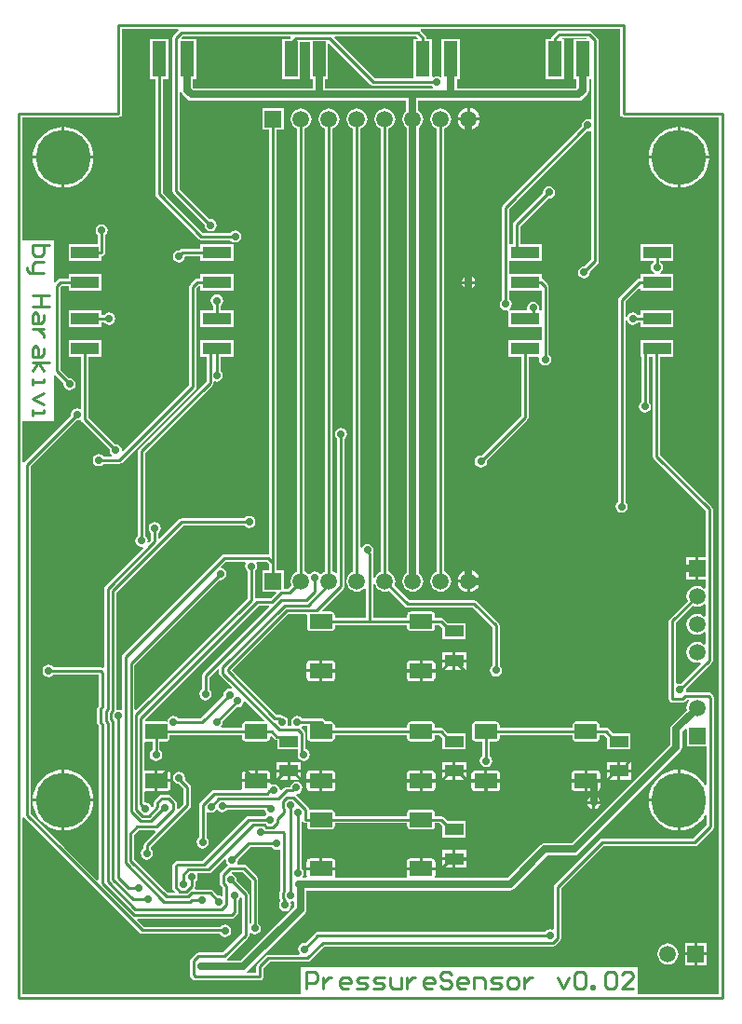
<source format=gtl>
G04*
G04 #@! TF.GenerationSoftware,Altium Limited,Altium Designer,20.1.8 (145)*
G04*
G04 Layer_Physical_Order=1*
G04 Layer_Color=255*
%FSLAX25Y25*%
%MOIN*%
G70*
G04*
G04 #@! TF.SameCoordinates,8B47BC37-8199-49A1-8C2A-9A070CC082B9*
G04*
G04*
G04 #@! TF.FilePolarity,Positive*
G04*
G01*
G75*
%ADD13C,0.01000*%
%ADD14R,0.10236X0.04331*%
%ADD15R,0.06693X0.04331*%
%ADD16R,0.05000X0.12520*%
G04:AMPARAMS|DCode=17|XSize=82.68mil|YSize=54.33mil|CornerRadius=4.08mil|HoleSize=0mil|Usage=FLASHONLY|Rotation=0.000|XOffset=0mil|YOffset=0mil|HoleType=Round|Shape=RoundedRectangle|*
%AMROUNDEDRECTD17*
21,1,0.08268,0.04618,0,0,0.0*
21,1,0.07453,0.05433,0,0,0.0*
1,1,0.00815,0.03726,-0.02309*
1,1,0.00815,-0.03726,-0.02309*
1,1,0.00815,-0.03726,0.02309*
1,1,0.00815,0.03726,0.02309*
%
%ADD17ROUNDEDRECTD17*%
%ADD27C,0.02756*%
%ADD28C,0.05906*%
%ADD29R,0.05906X0.05906*%
%ADD30R,0.05906X0.05906*%
%ADD31C,0.19685*%
%ADD32C,0.02756*%
G36*
X243000Y527698D02*
X242808Y527236D01*
X241567D01*
Y513213D01*
X227641D01*
X213105Y527749D01*
X213296Y528211D01*
X242487D01*
X243000Y527698D01*
D02*
G37*
G36*
X226169Y510972D02*
X226595Y510687D01*
X227098Y510587D01*
X248173D01*
X248339Y510339D01*
X248535Y510208D01*
X248383Y509708D01*
X209818D01*
Y513142D01*
X210898D01*
Y525590D01*
X211360Y525782D01*
X226169Y510972D01*
D02*
G37*
G36*
X197503Y527749D02*
X196990Y527236D01*
X194323D01*
Y513142D01*
X200898D01*
Y526424D01*
X204323D01*
Y513142D01*
X205402D01*
Y509708D01*
X162895D01*
X162574Y510029D01*
Y513142D01*
X163654D01*
Y527236D01*
X158546D01*
X158355Y527698D01*
X158868Y528211D01*
X197312D01*
X197503Y527749D01*
D02*
G37*
G36*
X315475Y500748D02*
X315500Y500621D01*
Y499500D01*
X316462D01*
X316787Y499435D01*
X350908D01*
Y185525D01*
X322172D01*
X321750Y185713D01*
X321750Y186025D01*
Y195285D01*
X201213D01*
Y186025D01*
X201213Y185713D01*
X200790Y185525D01*
X101565D01*
Y248700D01*
X102065Y248852D01*
X102072Y248841D01*
X114688Y236225D01*
X114688Y236225D01*
X143341Y207572D01*
X143767Y207287D01*
X144269Y207187D01*
X172139D01*
X172439Y206739D01*
X173155Y206260D01*
X174000Y206092D01*
X174845Y206260D01*
X175561Y206739D01*
X176040Y207455D01*
X176208Y208300D01*
X176040Y209145D01*
X175561Y209861D01*
X174845Y210340D01*
X174000Y210508D01*
X173155Y210340D01*
X172439Y209861D01*
X172406Y209813D01*
X144813D01*
X142400Y212225D01*
X142592Y212687D01*
X176350D01*
X176852Y212787D01*
X177278Y213072D01*
X178428Y214222D01*
X178713Y214648D01*
X178813Y215150D01*
Y219415D01*
X179061Y219581D01*
X179487Y220219D01*
X179831Y220192D01*
X179987Y220135D01*
Y207244D01*
X173256Y200513D01*
X164500D01*
X163998Y200413D01*
X163572Y200128D01*
X161872Y198428D01*
X161587Y198002D01*
X161487Y197500D01*
Y192586D01*
X161587Y192084D01*
X161872Y191658D01*
X162458Y191072D01*
X162883Y190787D01*
X163386Y190687D01*
X186500D01*
X187002Y190787D01*
X187428Y191072D01*
X187713Y191498D01*
X187813Y192000D01*
Y194956D01*
X190044Y197187D01*
X203500D01*
X204002Y197287D01*
X204428Y197572D01*
X209544Y202687D01*
X285500D01*
X285674Y202722D01*
X291404D01*
X291906Y202822D01*
X292332Y203106D01*
X293894Y204668D01*
X294178Y205094D01*
X294278Y205596D01*
Y223422D01*
X309544Y238687D01*
X342127D01*
X342629Y238787D01*
X343055Y239072D01*
X348628Y244645D01*
X348773Y244862D01*
X348913Y245071D01*
X348913Y245071D01*
X348913Y245071D01*
X348960Y245307D01*
X349013Y245573D01*
X349013Y245619D01*
X349013Y245619D01*
X349013Y245620D01*
Y291800D01*
X348913Y292302D01*
X348628Y292728D01*
X348128Y293228D01*
X347702Y293513D01*
X347200Y293613D01*
X339367D01*
X339001Y294113D01*
X339108Y294650D01*
X339050Y294943D01*
X348228Y304122D01*
X348513Y304548D01*
X348613Y305050D01*
Y359200D01*
X348513Y359702D01*
X348228Y360128D01*
X329813Y378544D01*
Y413740D01*
X334504D01*
Y419646D01*
X322693D01*
Y413740D01*
X322987D01*
Y397627D01*
X322739Y397461D01*
X322260Y396745D01*
X322092Y395900D01*
X322260Y395055D01*
X322739Y394339D01*
X323455Y393860D01*
X324300Y393692D01*
X325145Y393860D01*
X325861Y394339D01*
X326340Y395055D01*
X326508Y395900D01*
X326340Y396745D01*
X325861Y397461D01*
X325613Y397627D01*
Y413740D01*
X327187D01*
Y378000D01*
X327287Y377498D01*
X327572Y377072D01*
X345987Y358656D01*
Y341953D01*
X343500D01*
Y338000D01*
Y334047D01*
X345987D01*
Y331037D01*
X345487Y330806D01*
X344886Y331267D01*
X343976Y331644D01*
X343000Y331772D01*
X342024Y331644D01*
X341114Y331267D01*
X340333Y330667D01*
X339733Y329886D01*
X339356Y328976D01*
X339228Y328000D01*
X339356Y327024D01*
X339594Y326450D01*
X333272Y320128D01*
X332987Y319702D01*
X332887Y319200D01*
Y291300D01*
X332987Y290798D01*
X333272Y290372D01*
X333322Y290322D01*
X333748Y290037D01*
X334250Y289937D01*
X337750D01*
X338252Y290037D01*
X338678Y290322D01*
X339344Y290987D01*
X339963D01*
X340194Y290487D01*
X339733Y289886D01*
X339356Y288976D01*
X339228Y288000D01*
X339303Y287425D01*
X333939Y282061D01*
X333460Y281345D01*
X333292Y280500D01*
Y274915D01*
X298085Y239708D01*
X288500D01*
X287655Y239540D01*
X286939Y239061D01*
X275085Y227208D01*
X249434D01*
X249247Y227558D01*
X249213Y227708D01*
X249311Y228203D01*
Y230012D01*
X238988D01*
Y228203D01*
X239087Y227708D01*
X239052Y227558D01*
X238865Y227208D01*
X213607D01*
X213420Y227558D01*
X213386Y227708D01*
X213484Y228203D01*
Y230012D01*
X203161D01*
Y228203D01*
X203260Y227708D01*
X203225Y227558D01*
X203038Y227208D01*
X201960D01*
X201693Y227708D01*
X201992Y228155D01*
X202160Y229000D01*
X201992Y229845D01*
X201513Y230561D01*
X201265Y230727D01*
Y247330D01*
X201765Y247482D01*
X201872Y247322D01*
X201972Y247222D01*
X202398Y246937D01*
X202900Y246837D01*
X203378D01*
Y245841D01*
X203471Y245374D01*
X203735Y244979D01*
X204130Y244715D01*
X204596Y244622D01*
X212049D01*
X212515Y244715D01*
X212911Y244979D01*
X213175Y245374D01*
X213267Y245841D01*
Y246837D01*
X239205D01*
Y245841D01*
X239298Y245374D01*
X239562Y244979D01*
X239957Y244715D01*
X240423Y244622D01*
X247876D01*
X248342Y244715D01*
X248737Y244979D01*
X249002Y245374D01*
X249094Y245841D01*
Y246837D01*
X250732D01*
X251827Y245742D01*
Y241693D01*
X260094D01*
Y247599D01*
X253683D01*
X252204Y249078D01*
X251778Y249362D01*
X251276Y249462D01*
X249094D01*
Y250459D01*
X249002Y250925D01*
X248737Y251320D01*
X248342Y251584D01*
X247876Y251677D01*
X240423D01*
X239957Y251584D01*
X239562Y251320D01*
X239298Y250925D01*
X239205Y250459D01*
Y249462D01*
X213267D01*
Y250459D01*
X213175Y250925D01*
X212911Y251320D01*
X212515Y251584D01*
X212049Y251677D01*
X204596D01*
X204575Y251678D01*
X204036Y252076D01*
X204013Y252192D01*
X203728Y252618D01*
X199531Y256815D01*
X199715Y257335D01*
X200345Y257460D01*
X201061Y257939D01*
X201540Y258655D01*
X201708Y259500D01*
X201540Y260345D01*
X201061Y261061D01*
X200345Y261540D01*
X199500Y261708D01*
X198655Y261540D01*
X197939Y261061D01*
X197460Y260345D01*
X197354Y259813D01*
X196000D01*
X195498Y259713D01*
X195072Y259428D01*
X194187Y258544D01*
X193663Y258726D01*
X193540Y259345D01*
X193061Y260061D01*
X192345Y260540D01*
X191500Y260708D01*
X190756Y260560D01*
X190256Y260829D01*
Y261508D01*
X179933D01*
Y259699D01*
X180019Y259265D01*
X179744Y258765D01*
X169976D01*
X169474Y258665D01*
X169048Y258381D01*
X165072Y254405D01*
X164787Y253979D01*
X164687Y253477D01*
Y241727D01*
X164439Y241561D01*
X163960Y240845D01*
X163792Y240000D01*
X163960Y239155D01*
X164439Y238439D01*
X165155Y237960D01*
X166000Y237792D01*
X166845Y237960D01*
X167561Y238439D01*
X168040Y239155D01*
X168208Y240000D01*
X168040Y240845D01*
X167561Y241561D01*
X167313Y241727D01*
Y250629D01*
X167813Y250896D01*
X168155Y250667D01*
X169000Y250499D01*
X169845Y250667D01*
X170561Y251146D01*
X170797Y251499D01*
X171398D01*
X171439Y251439D01*
X172155Y250960D01*
X173000Y250792D01*
X173845Y250960D01*
X174561Y251439D01*
X174727Y251687D01*
X188193D01*
X188326Y251020D01*
X188804Y250304D01*
X188728Y249754D01*
X188439Y249561D01*
X188273Y249313D01*
X182500D01*
X181998Y249213D01*
X181572Y248928D01*
X165956Y233313D01*
X156920D01*
X156418Y233213D01*
X155992Y232928D01*
X155406Y232342D01*
X155122Y231916D01*
X155022Y231414D01*
Y223896D01*
X155122Y223394D01*
X155406Y222968D01*
X156052Y222322D01*
X155861Y221860D01*
X153497D01*
X141538Y233819D01*
Y242596D01*
X143130Y244187D01*
X148886D01*
X149093Y243687D01*
X145212Y239806D01*
X144928Y239380D01*
X144828Y238878D01*
Y237821D01*
X144439Y237561D01*
X143960Y236845D01*
X143792Y236000D01*
X143960Y235155D01*
X144439Y234439D01*
X145155Y233960D01*
X146000Y233792D01*
X146845Y233960D01*
X147561Y234439D01*
X148040Y235155D01*
X148208Y236000D01*
X148040Y236845D01*
X147561Y237561D01*
X147453Y237633D01*
Y238334D01*
X161428Y252309D01*
X161713Y252735D01*
X161813Y253238D01*
Y259721D01*
X161713Y260223D01*
X161428Y260649D01*
X159599Y262478D01*
X159708Y263027D01*
X159540Y263872D01*
X159061Y264588D01*
X158345Y265066D01*
X157500Y265234D01*
X156655Y265066D01*
X155939Y264588D01*
X155460Y263872D01*
X155292Y263027D01*
X155460Y262182D01*
X155939Y261466D01*
X156655Y260987D01*
X157500Y260819D01*
X157538Y260826D01*
X159187Y259177D01*
Y253781D01*
X157313Y251906D01*
X156813Y252114D01*
Y253871D01*
X156713Y254373D01*
X156428Y254799D01*
X154532Y256695D01*
X154106Y256979D01*
X153604Y257079D01*
X151396D01*
X150894Y256979D01*
X150468Y256695D01*
X148907Y255134D01*
X148622Y254708D01*
X148522Y254205D01*
Y253109D01*
X148034Y252621D01*
X147555Y252766D01*
X147540Y252845D01*
X147061Y253561D01*
X146345Y254040D01*
X145500Y254208D01*
X145159Y254650D01*
Y257950D01*
X145541Y258264D01*
X148768D01*
Y262008D01*
Y265752D01*
X145541D01*
X145159Y266066D01*
Y275805D01*
X145541Y276118D01*
X147955D01*
Y272995D01*
X147707Y272829D01*
X147228Y272113D01*
X147060Y271268D01*
X147228Y270423D01*
X147707Y269707D01*
X148423Y269228D01*
X149268Y269060D01*
X150113Y269228D01*
X150829Y269707D01*
X151307Y270423D01*
X151476Y271268D01*
X151307Y272113D01*
X150829Y272829D01*
X150580Y272995D01*
Y276118D01*
X152994D01*
X153460Y276211D01*
X153856Y276475D01*
X154120Y276870D01*
X154212Y277337D01*
Y278333D01*
X180150D01*
Y277337D01*
X180243Y276870D01*
X180507Y276475D01*
X180902Y276211D01*
X181368Y276118D01*
X188821D01*
X189287Y276211D01*
X189682Y276475D01*
X189946Y276870D01*
X190039Y277337D01*
Y277772D01*
X190539Y277979D01*
X191639Y276879D01*
X192065Y276595D01*
X192567Y276495D01*
X192772D01*
Y273189D01*
X200227D01*
Y272452D01*
X200256Y272305D01*
X200160Y272161D01*
X199992Y271316D01*
X200160Y270472D01*
X200639Y269755D01*
X201355Y269277D01*
X202200Y269109D01*
X203045Y269277D01*
X203761Y269755D01*
X204240Y270472D01*
X204408Y271316D01*
X204240Y272161D01*
X203761Y272878D01*
X203045Y273356D01*
X202852Y273394D01*
Y278841D01*
X202752Y279343D01*
X202468Y279769D01*
X201335Y280901D01*
X201384Y281399D01*
X201444Y281439D01*
X201610Y281687D01*
X203378D01*
Y277337D01*
X203471Y276870D01*
X203735Y276475D01*
X204130Y276211D01*
X204596Y276118D01*
X212049D01*
X212515Y276211D01*
X212911Y276475D01*
X213175Y276870D01*
X213267Y277337D01*
Y278333D01*
X239205D01*
Y277337D01*
X239298Y276870D01*
X239562Y276475D01*
X239957Y276211D01*
X240423Y276118D01*
X247876D01*
X248342Y276211D01*
X248737Y276475D01*
X249002Y276870D01*
X249094Y277337D01*
Y278333D01*
X250732D01*
X251827Y277238D01*
Y273189D01*
X260094D01*
Y279095D01*
X253683D01*
X252204Y280574D01*
X251778Y280858D01*
X251276Y280958D01*
X249094D01*
Y281955D01*
X249002Y282421D01*
X248737Y282816D01*
X248342Y283080D01*
X247876Y283173D01*
X240423D01*
X239957Y283080D01*
X239562Y282816D01*
X239298Y282421D01*
X239205Y281955D01*
Y280958D01*
X213267D01*
Y281955D01*
X213175Y282421D01*
X212911Y282816D01*
X212515Y283080D01*
X212049Y283173D01*
X209940D01*
X209874Y283502D01*
X209590Y283928D01*
X209164Y284213D01*
X208661Y284313D01*
X201610D01*
X201444Y284561D01*
X200728Y285040D01*
X199883Y285208D01*
X199038Y285040D01*
X198322Y284561D01*
X197843Y283845D01*
X197675Y283000D01*
X197843Y282155D01*
X197888Y282088D01*
X197652Y281647D01*
X196577D01*
X196341Y282088D01*
X196417Y282202D01*
X196586Y283047D01*
X196417Y283892D01*
X195939Y284608D01*
X195223Y285087D01*
X194396Y285251D01*
X194342Y285305D01*
X193916Y285589D01*
X193414Y285689D01*
X192350D01*
X176448Y301592D01*
X196564Y321707D01*
X203064D01*
X203378Y321325D01*
Y316707D01*
X203471Y316241D01*
X203735Y315845D01*
X204130Y315581D01*
X204596Y315489D01*
X212049D01*
X212515Y315581D01*
X212911Y315845D01*
X213175Y316241D01*
X213267Y316707D01*
Y317703D01*
X239205D01*
Y316707D01*
X239298Y316241D01*
X239562Y315845D01*
X239957Y315581D01*
X240423Y315489D01*
X247876D01*
X248342Y315581D01*
X248737Y315845D01*
X249002Y316241D01*
X249094Y316707D01*
Y317703D01*
X250732D01*
X251827Y316609D01*
Y312559D01*
X260094D01*
Y318465D01*
X253683D01*
X252204Y319944D01*
X251778Y320229D01*
X251276Y320329D01*
X249094D01*
Y321325D01*
X249002Y321791D01*
X248737Y322186D01*
X248342Y322451D01*
X247876Y322543D01*
X240423D01*
X239957Y322451D01*
X239562Y322186D01*
X239298Y321791D01*
X239205Y321325D01*
Y320329D01*
X227158D01*
Y332191D01*
X227658Y332290D01*
X227969Y331539D01*
X228569Y330758D01*
X229350Y330158D01*
X230260Y329781D01*
X231236Y329653D01*
X232213Y329781D01*
X232786Y330019D01*
X238490Y324315D01*
X238916Y324031D01*
X239418Y323931D01*
X262713D01*
X269687Y316956D01*
Y303227D01*
X269439Y303061D01*
X268960Y302345D01*
X268792Y301500D01*
X268960Y300655D01*
X269439Y299939D01*
X270155Y299460D01*
X271000Y299292D01*
X271845Y299460D01*
X272561Y299939D01*
X273040Y300655D01*
X273208Y301500D01*
X273040Y302345D01*
X272561Y303061D01*
X272313Y303227D01*
Y317500D01*
X272213Y318002D01*
X271928Y318428D01*
X264185Y326171D01*
X263759Y326456D01*
X263257Y326556D01*
X239962D01*
X234643Y331875D01*
X234880Y332449D01*
X235009Y333425D01*
X234880Y334402D01*
X234503Y335311D01*
X233904Y336093D01*
X233122Y336692D01*
X232549Y336930D01*
Y495275D01*
X233122Y495513D01*
X233904Y496112D01*
X234503Y496893D01*
X234880Y497803D01*
X235009Y498780D01*
X234880Y499756D01*
X234503Y500666D01*
X233904Y501447D01*
X233122Y502047D01*
X232213Y502423D01*
X231236Y502552D01*
X230260Y502423D01*
X229350Y502047D01*
X228569Y501447D01*
X227969Y500666D01*
X227592Y499756D01*
X227464Y498780D01*
X227592Y497803D01*
X227969Y496893D01*
X228569Y496112D01*
X229350Y495513D01*
X229924Y495275D01*
Y336930D01*
X229350Y336692D01*
X228569Y336093D01*
X227969Y335311D01*
X227658Y334560D01*
X227158Y334660D01*
Y343179D01*
X227058Y343682D01*
X227048Y343697D01*
X227208Y344500D01*
X227040Y345345D01*
X226561Y346061D01*
X225845Y346540D01*
X225000Y346708D01*
X224155Y346540D01*
X223439Y346061D01*
X223049Y345477D01*
X222549Y345629D01*
Y495275D01*
X223122Y495513D01*
X223904Y496112D01*
X224503Y496893D01*
X224880Y497803D01*
X225009Y498780D01*
X224880Y499756D01*
X224503Y500666D01*
X223904Y501447D01*
X223122Y502047D01*
X222213Y502423D01*
X221236Y502552D01*
X220260Y502423D01*
X219350Y502047D01*
X218569Y501447D01*
X217969Y500666D01*
X217592Y499756D01*
X217464Y498780D01*
X217592Y497803D01*
X217969Y496893D01*
X218569Y496112D01*
X219350Y495513D01*
X219924Y495275D01*
Y336930D01*
X219350Y336692D01*
X218569Y336093D01*
X217969Y335311D01*
X217592Y334402D01*
X217464Y333425D01*
X217592Y332449D01*
X217969Y331539D01*
X218569Y330758D01*
X219350Y330158D01*
X220260Y329781D01*
X221236Y329653D01*
X222213Y329781D01*
X223122Y330158D01*
X223904Y330758D01*
X224033Y330926D01*
X224533Y330756D01*
Y320329D01*
X213267D01*
Y321325D01*
X213175Y321791D01*
X212911Y322186D01*
X212515Y322451D01*
X212049Y322543D01*
X208860D01*
X208669Y323005D01*
X212593Y326929D01*
X216428Y330764D01*
X216713Y331190D01*
X216813Y331693D01*
Y384273D01*
X217061Y384439D01*
X217540Y385155D01*
X217708Y386000D01*
X217540Y386845D01*
X217061Y387561D01*
X216345Y388040D01*
X215500Y388208D01*
X214655Y388040D01*
X213939Y387561D01*
X213460Y386845D01*
X213292Y386000D01*
X213460Y385155D01*
X213939Y384439D01*
X214187Y384273D01*
Y336505D01*
X213687Y336259D01*
X213122Y336692D01*
X212549Y336930D01*
Y495275D01*
X213122Y495513D01*
X213904Y496112D01*
X214503Y496893D01*
X214880Y497803D01*
X215009Y498780D01*
X214880Y499756D01*
X214503Y500666D01*
X213904Y501447D01*
X213122Y502047D01*
X212213Y502423D01*
X211236Y502552D01*
X210260Y502423D01*
X209350Y502047D01*
X208569Y501447D01*
X207969Y500666D01*
X207592Y499756D01*
X207464Y498780D01*
X207592Y497803D01*
X207969Y496893D01*
X208569Y496112D01*
X209350Y495513D01*
X209924Y495275D01*
Y336930D01*
X209350Y336692D01*
X208569Y336093D01*
X208458Y335949D01*
X207959Y335965D01*
X207761Y336261D01*
X207045Y336740D01*
X206200Y336908D01*
X205355Y336740D01*
X204639Y336261D01*
X204475Y336016D01*
X203975Y335999D01*
X203904Y336093D01*
X203122Y336692D01*
X202549Y336930D01*
Y495275D01*
X203122Y495513D01*
X203904Y496112D01*
X204503Y496893D01*
X204880Y497803D01*
X205009Y498780D01*
X204880Y499756D01*
X204503Y500666D01*
X203904Y501447D01*
X203122Y502047D01*
X202213Y502423D01*
X201236Y502552D01*
X200260Y502423D01*
X199350Y502047D01*
X198569Y501447D01*
X197969Y500666D01*
X197592Y499756D01*
X197464Y498780D01*
X197592Y497803D01*
X197969Y496893D01*
X198569Y496112D01*
X199350Y495513D01*
X199924Y495275D01*
Y336930D01*
X199350Y336692D01*
X198569Y336093D01*
X197969Y335311D01*
X197592Y334402D01*
X197464Y333425D01*
X197592Y332449D01*
X197830Y331875D01*
X196452Y330498D01*
X194976D01*
Y337165D01*
X192549D01*
Y340000D01*
Y495040D01*
X194976D01*
Y502520D01*
X187496D01*
Y495040D01*
X189924D01*
Y343330D01*
X189537Y343012D01*
X189536Y343013D01*
X173700D01*
X173198Y342913D01*
X172772Y342628D01*
X137510Y307366D01*
X137225Y306940D01*
X137125Y306438D01*
Y287471D01*
X136684Y287235D01*
X136617Y287280D01*
X135772Y287448D01*
X135486Y287391D01*
X135100Y287708D01*
Y329350D01*
X159037Y353287D01*
X180973D01*
X181139Y353039D01*
X181855Y352560D01*
X182700Y352392D01*
X183545Y352560D01*
X184261Y353039D01*
X184740Y353755D01*
X184908Y354600D01*
X184740Y355445D01*
X184261Y356161D01*
X183545Y356640D01*
X182700Y356808D01*
X181855Y356640D01*
X181139Y356161D01*
X180973Y355913D01*
X158493D01*
X157991Y355813D01*
X157565Y355528D01*
X150575Y348538D01*
X150113Y348729D01*
Y350673D01*
X150361Y350839D01*
X150840Y351555D01*
X151008Y352400D01*
X150840Y353245D01*
X150361Y353961D01*
X149645Y354440D01*
X148800Y354608D01*
X147955Y354440D01*
X147239Y353961D01*
X146760Y353245D01*
X146592Y352400D01*
X146760Y351555D01*
X147239Y350839D01*
X147487Y350673D01*
Y348044D01*
X146660Y347216D01*
X146199Y347462D01*
X146286Y347900D01*
X146118Y348745D01*
X145639Y349461D01*
X145391Y349627D01*
Y379334D01*
X169528Y403472D01*
X169813Y403898D01*
X169913Y404400D01*
Y404567D01*
X170413Y404909D01*
X171000Y404792D01*
X171845Y404960D01*
X172561Y405439D01*
X173040Y406155D01*
X173208Y407000D01*
X173040Y407845D01*
X172561Y408561D01*
X172313Y408727D01*
Y413740D01*
X177024D01*
Y419646D01*
X165213D01*
Y413740D01*
X167287D01*
Y404944D01*
X143150Y380806D01*
X142865Y380380D01*
X142765Y379878D01*
Y349627D01*
X142517Y349461D01*
X142038Y348745D01*
X141870Y347900D01*
X142038Y347055D01*
X142517Y346339D01*
X143233Y345860D01*
X144078Y345692D01*
X144516Y345779D01*
X144762Y345319D01*
X131072Y331628D01*
X130787Y331202D01*
X130687Y330700D01*
Y302543D01*
X130187Y302332D01*
X129917Y302513D01*
X129414Y302613D01*
X112527D01*
X112361Y302861D01*
X111645Y303340D01*
X110800Y303508D01*
X109955Y303340D01*
X109239Y302861D01*
X108760Y302145D01*
X108592Y301300D01*
X108760Y300455D01*
X109239Y299739D01*
X109955Y299260D01*
X110800Y299092D01*
X111645Y299260D01*
X112361Y299739D01*
X112527Y299987D01*
X128687D01*
Y288836D01*
X128604Y288753D01*
X128320Y288327D01*
X128220Y287825D01*
Y282655D01*
X128320Y282153D01*
X128604Y281727D01*
X128687Y281644D01*
Y226591D01*
X128225Y226400D01*
X116544Y238081D01*
X116544Y238082D01*
X104313Y250313D01*
Y374456D01*
X120807Y390950D01*
X121100Y390892D01*
X121945Y391060D01*
X122016Y391108D01*
X122571Y390878D01*
X122587Y390798D01*
X122872Y390372D01*
X132750Y380493D01*
X132692Y380200D01*
X132860Y379355D01*
X133339Y378639D01*
X133528Y378513D01*
X133376Y378013D01*
X130542D01*
X130376Y378261D01*
X129660Y378740D01*
X128815Y378908D01*
X127970Y378740D01*
X127254Y378261D01*
X126775Y377545D01*
X126607Y376700D01*
X126775Y375855D01*
X127254Y375139D01*
X127970Y374660D01*
X128815Y374492D01*
X129660Y374660D01*
X130376Y375139D01*
X130542Y375387D01*
X136250D01*
X136752Y375487D01*
X137178Y375772D01*
X163464Y402057D01*
X163748Y402483D01*
X163848Y402985D01*
Y438206D01*
X164644Y439002D01*
X165213D01*
Y437362D01*
X177024D01*
Y443268D01*
X165213D01*
Y441628D01*
X164100D01*
X163598Y441528D01*
X163172Y441243D01*
X161607Y439678D01*
X161323Y439252D01*
X161223Y438750D01*
Y403529D01*
X137549Y379855D01*
X137088Y380102D01*
X137108Y380200D01*
X136940Y381045D01*
X136461Y381761D01*
X135745Y382240D01*
X134900Y382408D01*
X134607Y382349D01*
X125113Y391844D01*
Y413740D01*
X129780D01*
Y419646D01*
X117968D01*
Y413740D01*
X122487D01*
Y395308D01*
X122046Y395072D01*
X121945Y395140D01*
X121100Y395308D01*
X120255Y395140D01*
X119539Y394661D01*
X119060Y393945D01*
X118892Y393100D01*
X118950Y392807D01*
X102072Y375928D01*
X102065Y375917D01*
X101565Y376069D01*
Y390732D01*
X112785D01*
Y406906D01*
X113247Y407097D01*
X116150Y404193D01*
X116092Y403900D01*
X116260Y403055D01*
X116739Y402339D01*
X117455Y401860D01*
X118300Y401692D01*
X119145Y401860D01*
X119861Y402339D01*
X120340Y403055D01*
X120508Y403900D01*
X120340Y404745D01*
X119861Y405461D01*
X119145Y405940D01*
X118300Y406108D01*
X118007Y406049D01*
X115013Y409044D01*
Y438471D01*
X115544Y439002D01*
X117968D01*
Y437362D01*
X129780D01*
Y443268D01*
X117968D01*
Y441628D01*
X115000D01*
X114498Y441528D01*
X114072Y441243D01*
X113247Y440418D01*
X112785Y440609D01*
Y455287D01*
X101565D01*
Y499435D01*
X135685D01*
X136010Y499500D01*
X137000D01*
Y530931D01*
X157213D01*
X157370Y530519D01*
X157375Y530431D01*
X155572Y528628D01*
X155287Y528202D01*
X155187Y527700D01*
Y473100D01*
X155287Y472598D01*
X155572Y472172D01*
X166650Y461093D01*
X166592Y460800D01*
X166760Y459955D01*
X167239Y459239D01*
X167955Y458760D01*
X168800Y458592D01*
X169645Y458760D01*
X170361Y459239D01*
X170840Y459955D01*
X171008Y460800D01*
X170840Y461645D01*
X170361Y462361D01*
X169645Y462840D01*
X168800Y463008D01*
X168507Y462950D01*
X157813Y473644D01*
Y508290D01*
X158313Y508339D01*
X158326Y508270D01*
X158805Y507553D01*
X160419Y505939D01*
X161136Y505460D01*
X161981Y505292D01*
X238792D01*
Y501619D01*
X238569Y501447D01*
X237969Y500666D01*
X237592Y499756D01*
X237464Y498780D01*
X237592Y497803D01*
X237969Y496893D01*
X238569Y496112D01*
X239028Y495759D01*
Y336445D01*
X238569Y336093D01*
X237969Y335311D01*
X237592Y334402D01*
X237464Y333425D01*
X237592Y332449D01*
X237969Y331539D01*
X238569Y330758D01*
X239350Y330158D01*
X240260Y329781D01*
X241236Y329653D01*
X242213Y329781D01*
X243122Y330158D01*
X243904Y330758D01*
X244503Y331539D01*
X244880Y332449D01*
X245009Y333425D01*
X244880Y334402D01*
X244503Y335311D01*
X243904Y336093D01*
X243444Y336445D01*
Y495759D01*
X243904Y496112D01*
X244503Y496893D01*
X244880Y497803D01*
X245009Y498780D01*
X244880Y499756D01*
X244503Y500666D01*
X243904Y501447D01*
X243208Y501981D01*
Y505292D01*
X300484D01*
X301329Y505460D01*
X302045Y505939D01*
X303660Y507553D01*
X304138Y508270D01*
X304306Y509114D01*
Y513142D01*
X305253D01*
Y498731D01*
X304812Y498495D01*
X304745Y498540D01*
X303900Y498708D01*
X303055Y498540D01*
X302339Y498061D01*
X301860Y497345D01*
X301692Y496500D01*
X301750Y496207D01*
X273572Y468028D01*
X273287Y467602D01*
X273187Y467100D01*
Y434227D01*
X272939Y434061D01*
X272460Y433345D01*
X272292Y432500D01*
X272460Y431655D01*
X272939Y430939D01*
X273655Y430460D01*
X274500Y430292D01*
X274996Y430391D01*
X275449Y429974D01*
Y424370D01*
X286787D01*
X287260Y424370D01*
X287287Y423881D01*
Y420134D01*
X287260Y419646D01*
X275449D01*
Y413740D01*
X279987D01*
Y392544D01*
X265893Y378450D01*
X265600Y378508D01*
X264755Y378340D01*
X264039Y377861D01*
X263560Y377145D01*
X263392Y376300D01*
X263560Y375455D01*
X264039Y374739D01*
X264755Y374260D01*
X265600Y374092D01*
X266445Y374260D01*
X267161Y374739D01*
X267640Y375455D01*
X267808Y376300D01*
X267750Y376593D01*
X282228Y391072D01*
X282513Y391498D01*
X282613Y392000D01*
Y413740D01*
X286135D01*
X286500Y413240D01*
X286392Y412700D01*
X286560Y411855D01*
X287039Y411139D01*
X287755Y410660D01*
X288600Y410492D01*
X289445Y410660D01*
X290161Y411139D01*
X290640Y411855D01*
X290808Y412700D01*
X290640Y413545D01*
X290161Y414261D01*
X289913Y414427D01*
Y438750D01*
X289813Y439252D01*
X289528Y439678D01*
X287963Y441243D01*
X287537Y441528D01*
X287260Y441583D01*
Y443268D01*
X275813D01*
Y447992D01*
X287260D01*
Y453898D01*
X279713D01*
Y460380D01*
X289683Y470351D01*
X289976Y470292D01*
X290821Y470460D01*
X291537Y470939D01*
X292016Y471655D01*
X292184Y472500D01*
X292016Y473345D01*
X291537Y474061D01*
X290821Y474540D01*
X289976Y474708D01*
X289131Y474540D01*
X288415Y474061D01*
X287937Y473345D01*
X287769Y472500D01*
X287827Y472207D01*
X277472Y461852D01*
X277187Y461426D01*
X277087Y460924D01*
Y453898D01*
X275813D01*
Y466556D01*
X303607Y494350D01*
X303900Y494292D01*
X304745Y494460D01*
X304812Y494505D01*
X305253Y494269D01*
Y448509D01*
X302793Y446049D01*
X302500Y446108D01*
X301655Y445940D01*
X300939Y445461D01*
X300460Y444745D01*
X300292Y443900D01*
X300460Y443055D01*
X300939Y442339D01*
X301655Y441860D01*
X302500Y441692D01*
X303345Y441860D01*
X304061Y442339D01*
X304540Y443055D01*
X304708Y443900D01*
X304649Y444193D01*
X307494Y447037D01*
X307778Y447463D01*
X307878Y447965D01*
Y526835D01*
X307778Y527337D01*
X307494Y527763D01*
X305228Y530028D01*
X304802Y530313D01*
X304300Y530413D01*
X293698D01*
X293196Y530313D01*
X292770Y530028D01*
X291170Y528428D01*
X290886Y528002D01*
X290786Y527500D01*
Y527236D01*
X288811D01*
Y513142D01*
X295386D01*
Y527236D01*
X294891D01*
X294623Y527736D01*
X294657Y527787D01*
X303341D01*
X303375Y527736D01*
X303108Y527236D01*
X298811D01*
Y513142D01*
X299891D01*
Y510029D01*
X299570Y509708D01*
X257062D01*
Y513142D01*
X258142D01*
Y527236D01*
X251567D01*
Y513992D01*
X251067Y513725D01*
X250745Y513940D01*
X249900Y514108D01*
X249055Y513940D01*
X248642Y513663D01*
X248142Y513931D01*
Y527236D01*
X246167D01*
Y527700D01*
X246067Y528202D01*
X245783Y528628D01*
X243979Y530431D01*
X243985Y530519D01*
X244141Y530931D01*
X315475D01*
Y500748D01*
D02*
G37*
G36*
X287260Y437362D02*
X287287Y436874D01*
Y430764D01*
X287269Y430433D01*
X286764Y430361D01*
X286423Y430776D01*
X286508Y431200D01*
X286340Y432045D01*
X285861Y432761D01*
X285145Y433240D01*
X284300Y433408D01*
X283455Y433240D01*
X282739Y432761D01*
X282260Y432045D01*
X282092Y431200D01*
X282177Y430776D01*
X281766Y430276D01*
X275968D01*
X275817Y430776D01*
X276061Y430939D01*
X276540Y431655D01*
X276708Y432500D01*
X276540Y433345D01*
X276061Y434061D01*
X275813Y434227D01*
Y437362D01*
X287260D01*
D02*
G37*
G36*
X181422Y339887D02*
X181260Y339645D01*
X181092Y338800D01*
X181260Y337955D01*
X181739Y337239D01*
X181987Y337073D01*
Y327344D01*
X142046Y287403D01*
X141584Y287594D01*
Y303401D01*
X172034Y333851D01*
X172327Y333792D01*
X173172Y333960D01*
X173888Y334439D01*
X174367Y335155D01*
X174535Y336000D01*
X174367Y336845D01*
X173888Y337561D01*
X173172Y338040D01*
X172697Y338134D01*
X172533Y338677D01*
X174244Y340387D01*
X181155D01*
X181422Y339887D01*
D02*
G37*
G36*
X189924Y339456D02*
Y337165D01*
X187496D01*
Y329685D01*
X192092D01*
X192283Y329223D01*
X190373Y327313D01*
X185587D01*
X185113Y327218D01*
X185078Y327217D01*
X184613Y327498D01*
Y337073D01*
X184861Y337239D01*
X185340Y337955D01*
X185508Y338800D01*
X185340Y339645D01*
X185178Y339887D01*
X185445Y340387D01*
X188993D01*
X189924Y339456D01*
D02*
G37*
G36*
X345987Y324963D02*
Y321037D01*
X345487Y320806D01*
X344886Y321267D01*
X343976Y321644D01*
X343000Y321772D01*
X342024Y321644D01*
X341114Y321267D01*
X340333Y320668D01*
X339733Y319886D01*
X339356Y318976D01*
X339228Y318000D01*
X339356Y317024D01*
X339733Y316114D01*
X340333Y315333D01*
X341114Y314733D01*
X342024Y314356D01*
X343000Y314228D01*
X343976Y314356D01*
X344886Y314733D01*
X345487Y315194D01*
X345987Y314963D01*
Y311037D01*
X345487Y310806D01*
X344886Y311267D01*
X343976Y311644D01*
X343000Y311772D01*
X342024Y311644D01*
X341114Y311267D01*
X340333Y310667D01*
X339733Y309886D01*
X339356Y308976D01*
X339228Y308000D01*
X339356Y307024D01*
X339733Y306114D01*
X340333Y305332D01*
X341114Y304733D01*
X342024Y304356D01*
X343000Y304228D01*
X343976Y304356D01*
X344090Y304403D01*
X344373Y303979D01*
X337193Y296799D01*
X336900Y296858D01*
X336055Y296690D01*
X335954Y296622D01*
X335513Y296858D01*
Y318656D01*
X341450Y324594D01*
X342024Y324356D01*
X343000Y324228D01*
X343976Y324356D01*
X344886Y324733D01*
X345487Y325194D01*
X345987Y324963D01*
D02*
G37*
G36*
X189814Y324225D02*
X166072Y300484D01*
X165787Y300058D01*
X165687Y299555D01*
Y294727D01*
X165439Y294561D01*
X164960Y293845D01*
X164792Y293000D01*
X164960Y292155D01*
X165439Y291439D01*
X166155Y290960D01*
X167000Y290792D01*
X167845Y290960D01*
X168561Y291439D01*
X169040Y292155D01*
X169208Y293000D01*
X169040Y293845D01*
X168561Y294561D01*
X168313Y294727D01*
Y299012D01*
X171444Y302143D01*
X171906Y301952D01*
Y300437D01*
X172006Y299935D01*
X172290Y299509D01*
X176470Y295330D01*
X176223Y294869D01*
X175600Y294993D01*
X174755Y294825D01*
X174039Y294346D01*
X173560Y293630D01*
X173392Y292785D01*
X173451Y292492D01*
X165319Y284360D01*
X157227D01*
X157061Y284608D01*
X156345Y285087D01*
X155500Y285255D01*
X154655Y285087D01*
X153939Y284608D01*
X153460Y283892D01*
X153305Y283111D01*
X152994Y283173D01*
X145541D01*
X145379Y283307D01*
X145354Y283910D01*
X186131Y324687D01*
X189622D01*
X189814Y324225D01*
D02*
G37*
G36*
X188164Y283635D02*
X187973Y283173D01*
X181368D01*
X180902Y283080D01*
X180507Y282816D01*
X180243Y282421D01*
X180150Y281955D01*
Y280958D01*
X172742D01*
X172597Y281344D01*
X172574Y281458D01*
X173040Y282155D01*
X173208Y283000D01*
X173150Y283293D01*
X178207Y288351D01*
X178500Y288292D01*
X179345Y288460D01*
X180061Y288939D01*
X180540Y289655D01*
X180689Y290404D01*
X181149Y290650D01*
X188164Y283635D01*
D02*
G37*
G36*
X339260Y280484D02*
Y274260D01*
X346387D01*
Y260607D01*
X345887Y260466D01*
X345271Y261472D01*
X344163Y262769D01*
X342865Y263878D01*
X341410Y264769D01*
X339833Y265423D01*
X338174Y265821D01*
X336972Y265915D01*
Y255079D01*
Y244242D01*
X338174Y244337D01*
X339833Y244735D01*
X341410Y245388D01*
X342865Y246280D01*
X344163Y247388D01*
X345271Y248686D01*
X345887Y249691D01*
X346387Y249550D01*
Y246117D01*
X341583Y241313D01*
X309000D01*
X308498Y241213D01*
X308072Y240928D01*
X292037Y224893D01*
X291753Y224468D01*
X291653Y223965D01*
Y208931D01*
X291212Y208695D01*
X291145Y208740D01*
X290300Y208908D01*
X289455Y208740D01*
X288739Y208261D01*
X288573Y208013D01*
X207200D01*
X206698Y207913D01*
X206272Y207628D01*
X202593Y203949D01*
X202300Y204008D01*
X201455Y203840D01*
X200739Y203361D01*
X200260Y202645D01*
X200092Y201800D01*
X200260Y200955D01*
X200690Y200313D01*
X200545Y199813D01*
X189500D01*
X188998Y199713D01*
X188572Y199428D01*
X185572Y196428D01*
X185287Y196002D01*
X185187Y195500D01*
Y193313D01*
X182024D01*
X181872Y193813D01*
X182061Y193939D01*
X202604Y214482D01*
X203083Y215198D01*
X203251Y216043D01*
Y222792D01*
X276000D01*
X276845Y222960D01*
X277561Y223439D01*
X289415Y235292D01*
X299000D01*
X299845Y235460D01*
X300561Y235939D01*
X337061Y272439D01*
X337540Y273155D01*
X337708Y274000D01*
Y279586D01*
X338798Y280676D01*
X339260Y280484D01*
D02*
G37*
G36*
X174349Y233786D02*
X174292Y233500D01*
X174460Y232655D01*
X174939Y231939D01*
X174681Y231510D01*
X172406Y229235D01*
X172122Y228809D01*
X172022Y228307D01*
Y225396D01*
X172122Y224894D01*
X172406Y224468D01*
X173053Y223822D01*
Y221031D01*
X172612Y220795D01*
X172545Y220840D01*
X171700Y221008D01*
X171407Y220950D01*
X169598Y222758D01*
X169173Y223042D01*
X168670Y223142D01*
X163423D01*
X163155Y223642D01*
X163213Y223728D01*
X163313Y224231D01*
Y225820D01*
X163561Y225986D01*
X164040Y226702D01*
X164208Y227547D01*
X164040Y228392D01*
X163995Y228459D01*
X164231Y228900D01*
X168213D01*
X168715Y229000D01*
X169141Y229284D01*
X173888Y234032D01*
X174349Y233786D01*
D02*
G37*
G36*
X183287Y226265D02*
Y211262D01*
X183113Y211133D01*
X182613Y211386D01*
Y221200D01*
X182513Y221702D01*
X182228Y222128D01*
X178149Y226207D01*
X178208Y226500D01*
X178040Y227345D01*
X177561Y228061D01*
X176845Y228540D01*
X176586Y228591D01*
X176381Y229142D01*
X176547Y229356D01*
X180197D01*
X183287Y226265D01*
D02*
G37*
G36*
X190939Y237939D02*
X191655Y237460D01*
X192500Y237292D01*
X193345Y237460D01*
X193412Y237505D01*
X193853Y237269D01*
Y222952D01*
X193622Y222606D01*
X193522Y222104D01*
Y219896D01*
X193622Y219394D01*
X193892Y218990D01*
X193460Y218345D01*
X193292Y217500D01*
X193460Y216655D01*
X193939Y215939D01*
X194655Y215460D01*
X195500Y215292D01*
X196345Y215460D01*
X197061Y215939D01*
X197540Y216655D01*
X197708Y217500D01*
X197543Y218330D01*
X197541Y218348D01*
X197802Y218852D01*
X198345Y218960D01*
X198395Y218993D01*
X198836Y218758D01*
Y216958D01*
X179586Y197708D01*
X174784D01*
X174632Y198208D01*
X174728Y198272D01*
X182228Y205772D01*
X182513Y206198D01*
X182613Y206700D01*
Y207445D01*
X183113Y207590D01*
X183755Y207160D01*
X184600Y206992D01*
X185445Y207160D01*
X186161Y207639D01*
X186640Y208355D01*
X186808Y209200D01*
X186640Y210045D01*
X186161Y210761D01*
X185913Y210927D01*
Y226809D01*
X185813Y227311D01*
X185528Y227737D01*
X181668Y231596D01*
X181243Y231881D01*
X180740Y231981D01*
X178620D01*
X178384Y232422D01*
X178540Y232655D01*
X178708Y233500D01*
X178649Y233793D01*
X183044Y238187D01*
X190773D01*
X190939Y237939D01*
D02*
G37*
%LPC*%
G36*
X261736Y502701D02*
Y499280D01*
X265157D01*
X265087Y499812D01*
X264689Y500773D01*
X264055Y501599D01*
X263230Y502232D01*
X262268Y502631D01*
X261736Y502701D01*
D02*
G37*
G36*
X260736D02*
X260204Y502631D01*
X259243Y502232D01*
X258417Y501599D01*
X257784Y500773D01*
X257385Y499812D01*
X257315Y499280D01*
X260736D01*
Y502701D01*
D02*
G37*
G36*
X265157Y498280D02*
X261736D01*
Y494859D01*
X262268Y494929D01*
X263230Y495327D01*
X264055Y495961D01*
X264689Y496786D01*
X265087Y497748D01*
X265157Y498280D01*
D02*
G37*
G36*
X260736D02*
X257315D01*
X257385Y497748D01*
X257784Y496786D01*
X258417Y495961D01*
X259243Y495327D01*
X260204Y494929D01*
X260736Y494859D01*
Y498280D01*
D02*
G37*
G36*
X336972Y495837D02*
Y485500D01*
X347309D01*
X347215Y486701D01*
X346816Y488361D01*
X346163Y489938D01*
X345271Y491393D01*
X344163Y492691D01*
X342865Y493799D01*
X341410Y494691D01*
X339833Y495344D01*
X338174Y495742D01*
X336972Y495837D01*
D02*
G37*
G36*
X335972D02*
X334771Y495742D01*
X333112Y495344D01*
X331535Y494691D01*
X330080Y493799D01*
X328782Y492691D01*
X327674Y491393D01*
X326782Y489938D01*
X326129Y488361D01*
X325730Y486701D01*
X325636Y485500D01*
X335972D01*
Y495837D01*
D02*
G37*
G36*
X116500D02*
Y485500D01*
X126837D01*
X126742Y486701D01*
X126344Y488361D01*
X125691Y489938D01*
X124799Y491393D01*
X123690Y492691D01*
X122393Y493799D01*
X120938Y494691D01*
X119361Y495344D01*
X117701Y495742D01*
X116500Y495837D01*
D02*
G37*
G36*
X115500D02*
X114299Y495742D01*
X112639Y495344D01*
X111062Y494691D01*
X109607Y493799D01*
X108309Y492691D01*
X107201Y491393D01*
X106309Y489938D01*
X105656Y488361D01*
X105258Y486701D01*
X105163Y485500D01*
X115500D01*
Y495837D01*
D02*
G37*
G36*
X347309Y484500D02*
X336972D01*
Y474163D01*
X338174Y474258D01*
X339833Y474656D01*
X341410Y475309D01*
X342865Y476201D01*
X344163Y477310D01*
X345271Y478607D01*
X346163Y480062D01*
X346816Y481639D01*
X347215Y483299D01*
X347309Y484500D01*
D02*
G37*
G36*
X335972D02*
X325636D01*
X325730Y483299D01*
X326129Y481639D01*
X326782Y480062D01*
X327674Y478607D01*
X328782Y477310D01*
X330080Y476201D01*
X331535Y475309D01*
X333112Y474656D01*
X334771Y474258D01*
X335972Y474163D01*
Y484500D01*
D02*
G37*
G36*
X126837D02*
X116500D01*
Y474163D01*
X117701Y474258D01*
X119361Y474656D01*
X120938Y475309D01*
X122393Y476201D01*
X123690Y477310D01*
X124799Y478607D01*
X125691Y480062D01*
X126344Y481639D01*
X126742Y483299D01*
X126837Y484500D01*
D02*
G37*
G36*
X115500D02*
X105163D01*
X105258Y483299D01*
X105656Y481639D01*
X106309Y480062D01*
X107201Y478607D01*
X108309Y477310D01*
X109607Y476201D01*
X111062Y475309D01*
X112639Y474656D01*
X114299Y474258D01*
X115500Y474163D01*
Y484500D01*
D02*
G37*
G36*
X153654Y527236D02*
X147079D01*
Y513142D01*
X149054D01*
Y471900D01*
X149153Y471398D01*
X149438Y470972D01*
X164638Y455772D01*
X165064Y455487D01*
X165566Y455387D01*
X175873D01*
X176039Y455139D01*
X176755Y454660D01*
X177600Y454492D01*
X178445Y454660D01*
X179161Y455139D01*
X179640Y455855D01*
X179808Y456700D01*
X179640Y457545D01*
X179161Y458261D01*
X178445Y458740D01*
X177600Y458908D01*
X176755Y458740D01*
X176039Y458261D01*
X175873Y458013D01*
X166110D01*
X151679Y472444D01*
Y513142D01*
X153654D01*
Y527236D01*
D02*
G37*
G36*
X177024Y453898D02*
X165213D01*
Y452258D01*
X158846D01*
X158344Y452158D01*
X157918Y451873D01*
X157789Y451745D01*
X157496Y451803D01*
X156651Y451635D01*
X155935Y451156D01*
X155456Y450440D01*
X155288Y449595D01*
X155456Y448750D01*
X155935Y448034D01*
X156651Y447555D01*
X157496Y447387D01*
X158341Y447555D01*
X159057Y448034D01*
X159536Y448750D01*
X159704Y449595D01*
X159734Y449632D01*
X165213D01*
Y447992D01*
X177024D01*
Y453898D01*
D02*
G37*
G36*
X129800Y461108D02*
X128955Y460940D01*
X128239Y460461D01*
X127760Y459745D01*
X127592Y458900D01*
X127760Y458055D01*
X128239Y457339D01*
X128487Y457173D01*
Y453898D01*
X117968D01*
Y447992D01*
X129780D01*
Y449648D01*
X130202Y449732D01*
X130628Y450017D01*
X130728Y450117D01*
X131013Y450543D01*
X131113Y451045D01*
Y457173D01*
X131361Y457339D01*
X131840Y458055D01*
X132008Y458900D01*
X131840Y459745D01*
X131361Y460461D01*
X130645Y460940D01*
X129800Y461108D01*
D02*
G37*
G36*
X261736Y442633D02*
Y440808D01*
X263561D01*
X263476Y441236D01*
X262951Y442023D01*
X262164Y442548D01*
X261736Y442633D01*
D02*
G37*
G36*
X260736D02*
X260308Y442548D01*
X259522Y442023D01*
X258996Y441236D01*
X258911Y440808D01*
X260736D01*
Y442633D01*
D02*
G37*
G36*
X263561Y439808D02*
X261736D01*
Y437983D01*
X262164Y438068D01*
X262951Y438594D01*
X263476Y439380D01*
X263561Y439808D01*
D02*
G37*
G36*
X260736D02*
X258911D01*
X258996Y439380D01*
X259522Y438594D01*
X260308Y438068D01*
X260736Y437983D01*
Y439808D01*
D02*
G37*
G36*
X334504Y453898D02*
X322693D01*
Y447992D01*
X327287D01*
Y447427D01*
X327039Y447261D01*
X326560Y446545D01*
X326392Y445700D01*
X326560Y444855D01*
X327039Y444139D01*
X327594Y443768D01*
X327443Y443268D01*
X322693D01*
Y441628D01*
X322415D01*
X321913Y441528D01*
X321487Y441243D01*
X315072Y434828D01*
X314787Y434402D01*
X314687Y433900D01*
Y361827D01*
X314439Y361661D01*
X313960Y360945D01*
X313792Y360100D01*
X313960Y359255D01*
X314439Y358539D01*
X315155Y358060D01*
X316000Y357892D01*
X316845Y358060D01*
X317561Y358539D01*
X318040Y359255D01*
X318208Y360100D01*
X318040Y360945D01*
X317561Y361661D01*
X317313Y361827D01*
Y426652D01*
X317508Y427072D01*
X317508Y427072D01*
Y427072D01*
X317813Y427102D01*
X317820Y427064D01*
X317937Y426478D01*
X318415Y425762D01*
X319131Y425283D01*
X319976Y425115D01*
X320821Y425283D01*
X321537Y425762D01*
X321704Y426010D01*
X322693D01*
Y424370D01*
X334504D01*
Y430276D01*
X322693D01*
Y428635D01*
X321704D01*
X321537Y428884D01*
X320821Y429362D01*
X319976Y429531D01*
X319131Y429362D01*
X318415Y428884D01*
X317937Y428168D01*
X317820Y427582D01*
X317813Y427544D01*
X317508Y427574D01*
Y427574D01*
X317508Y427574D01*
X317313Y427993D01*
Y433356D01*
X322231Y438275D01*
X322693Y438083D01*
Y437362D01*
X334504D01*
Y443268D01*
X329757D01*
X329606Y443768D01*
X330161Y444139D01*
X330640Y444855D01*
X330808Y445700D01*
X330640Y446545D01*
X330161Y447261D01*
X329913Y447427D01*
Y447992D01*
X334504D01*
Y453898D01*
D02*
G37*
G36*
X129780Y430276D02*
X117968D01*
Y424370D01*
X129780D01*
Y426010D01*
X130769D01*
X130935Y425762D01*
X131651Y425283D01*
X132496Y425115D01*
X133341Y425283D01*
X134057Y425762D01*
X134536Y426478D01*
X134704Y427323D01*
X134536Y428168D01*
X134057Y428884D01*
X133341Y429362D01*
X132496Y429531D01*
X131651Y429362D01*
X130935Y428884D01*
X130769Y428635D01*
X129780D01*
Y430276D01*
D02*
G37*
G36*
X171100Y436008D02*
X170255Y435840D01*
X169539Y435361D01*
X169060Y434645D01*
X168892Y433800D01*
X169060Y432955D01*
X169539Y432239D01*
X169787Y432073D01*
Y430276D01*
X165213D01*
Y424370D01*
X177024D01*
Y430276D01*
X172413D01*
Y432073D01*
X172661Y432239D01*
X173140Y432955D01*
X173308Y433800D01*
X173140Y434645D01*
X172661Y435361D01*
X171945Y435840D01*
X171100Y436008D01*
D02*
G37*
G36*
X342500Y341953D02*
X339047D01*
Y338500D01*
X342500D01*
Y341953D01*
D02*
G37*
G36*
Y337500D02*
X339047D01*
Y334047D01*
X342500D01*
Y337500D01*
D02*
G37*
G36*
X261736Y337346D02*
Y333925D01*
X265157D01*
X265087Y334457D01*
X264689Y335419D01*
X264055Y336244D01*
X263230Y336878D01*
X262268Y337276D01*
X261736Y337346D01*
D02*
G37*
G36*
X260736D02*
X260204Y337276D01*
X259243Y336878D01*
X258417Y336244D01*
X257784Y335419D01*
X257385Y334457D01*
X257315Y333925D01*
X260736D01*
Y337346D01*
D02*
G37*
G36*
X251236Y502552D02*
X250260Y502423D01*
X249350Y502047D01*
X248569Y501447D01*
X247969Y500666D01*
X247592Y499756D01*
X247464Y498780D01*
X247592Y497803D01*
X247969Y496893D01*
X248569Y496112D01*
X249350Y495513D01*
X249924Y495275D01*
Y336930D01*
X249350Y336692D01*
X248569Y336093D01*
X247969Y335311D01*
X247592Y334402D01*
X247464Y333425D01*
X247592Y332449D01*
X247969Y331539D01*
X248569Y330758D01*
X249350Y330158D01*
X250260Y329781D01*
X251236Y329653D01*
X252213Y329781D01*
X253122Y330158D01*
X253904Y330758D01*
X254503Y331539D01*
X254880Y332449D01*
X255009Y333425D01*
X254880Y334402D01*
X254503Y335311D01*
X253904Y336093D01*
X253122Y336692D01*
X252549Y336930D01*
Y495275D01*
X253122Y495513D01*
X253904Y496112D01*
X254503Y496893D01*
X254880Y497803D01*
X255009Y498780D01*
X254880Y499756D01*
X254503Y500666D01*
X253904Y501447D01*
X253122Y502047D01*
X252213Y502423D01*
X251236Y502552D01*
D02*
G37*
G36*
X265157Y332925D02*
X261736D01*
Y329504D01*
X262268Y329574D01*
X263230Y329973D01*
X264055Y330606D01*
X264689Y331432D01*
X265087Y332393D01*
X265157Y332925D01*
D02*
G37*
G36*
X260736D02*
X257315D01*
X257385Y332393D01*
X257784Y331432D01*
X258417Y330606D01*
X259243Y329973D01*
X260204Y329574D01*
X260736Y329504D01*
Y332925D01*
D02*
G37*
G36*
X260307Y308047D02*
X256461D01*
Y305382D01*
X260307D01*
Y308047D01*
D02*
G37*
G36*
X255461D02*
X251614D01*
Y305382D01*
X255461D01*
Y308047D01*
D02*
G37*
G36*
X247876Y305122D02*
X244650D01*
Y301878D01*
X249311D01*
Y303687D01*
X249202Y304236D01*
X248891Y304702D01*
X248425Y305013D01*
X247876Y305122D01*
D02*
G37*
G36*
X243650D02*
X240423D01*
X239874Y305013D01*
X239408Y304702D01*
X239097Y304236D01*
X238988Y303687D01*
Y301878D01*
X243650D01*
Y305122D01*
D02*
G37*
G36*
X212049D02*
X208823D01*
Y301878D01*
X213484D01*
Y303687D01*
X213375Y304236D01*
X213064Y304702D01*
X212598Y305013D01*
X212049Y305122D01*
D02*
G37*
G36*
X207823D02*
X204596D01*
X204047Y305013D01*
X203582Y304702D01*
X203271Y304236D01*
X203161Y303687D01*
Y301878D01*
X207823D01*
Y305122D01*
D02*
G37*
G36*
X260307Y304382D02*
X256461D01*
Y301717D01*
X260307D01*
Y304382D01*
D02*
G37*
G36*
X255461D02*
X251614D01*
Y301717D01*
X255461D01*
Y304382D01*
D02*
G37*
G36*
X249311Y300878D02*
X244650D01*
Y297634D01*
X247876D01*
X248425Y297743D01*
X248891Y298054D01*
X249202Y298520D01*
X249311Y299069D01*
Y300878D01*
D02*
G37*
G36*
X243650D02*
X238988D01*
Y299069D01*
X239097Y298520D01*
X239408Y298054D01*
X239874Y297743D01*
X240423Y297634D01*
X243650D01*
Y300878D01*
D02*
G37*
G36*
X213484D02*
X208823D01*
Y297634D01*
X212049D01*
X212598Y297743D01*
X213064Y298054D01*
X213375Y298520D01*
X213484Y299069D01*
Y300878D01*
D02*
G37*
G36*
X207823D02*
X203161D01*
Y299069D01*
X203271Y298520D01*
X203582Y298054D01*
X204047Y297743D01*
X204596Y297634D01*
X207823D01*
Y300878D01*
D02*
G37*
G36*
X306931Y283173D02*
X299478D01*
X299012Y283080D01*
X298617Y282816D01*
X298353Y282421D01*
X298260Y281955D01*
Y280958D01*
X272323D01*
Y281955D01*
X272230Y282421D01*
X271966Y282816D01*
X271571Y283080D01*
X271104Y283173D01*
X263652D01*
X263185Y283080D01*
X262790Y282816D01*
X262526Y282421D01*
X262433Y281955D01*
Y277337D01*
X262526Y276870D01*
X262790Y276475D01*
X263185Y276211D01*
X263652Y276118D01*
X266065D01*
Y270747D01*
X265878Y270622D01*
X265399Y269906D01*
X265231Y269061D01*
X265399Y268216D01*
X265878Y267500D01*
X266594Y267021D01*
X267439Y266853D01*
X268284Y267021D01*
X269000Y267500D01*
X269479Y268216D01*
X269647Y269061D01*
X269479Y269906D01*
X269000Y270622D01*
X268691Y270829D01*
Y276118D01*
X271104D01*
X271571Y276211D01*
X271966Y276475D01*
X272230Y276870D01*
X272323Y277337D01*
Y278333D01*
X298260D01*
Y277337D01*
X298353Y276870D01*
X298617Y276475D01*
X299012Y276211D01*
X299478Y276118D01*
X306931D01*
X307397Y276211D01*
X307793Y276475D01*
X308057Y276870D01*
X308150Y277337D01*
Y278333D01*
X309787D01*
X310882Y277238D01*
Y273189D01*
X319150D01*
Y279095D01*
X312738D01*
X311259Y280574D01*
X310833Y280858D01*
X310331Y280958D01*
X308150D01*
Y281955D01*
X308057Y282421D01*
X307793Y282816D01*
X307397Y283080D01*
X306931Y283173D01*
D02*
G37*
G36*
X201252Y268677D02*
X197406D01*
Y266012D01*
X201252D01*
Y268677D01*
D02*
G37*
G36*
X319362D02*
X315516D01*
Y266012D01*
X319362D01*
Y268677D01*
D02*
G37*
G36*
X260307D02*
X256461D01*
Y266012D01*
X260307D01*
Y268677D01*
D02*
G37*
G36*
X314516D02*
X310669D01*
Y266012D01*
X314516D01*
Y268677D01*
D02*
G37*
G36*
X255461D02*
X251614D01*
Y266012D01*
X255461D01*
Y268677D01*
D02*
G37*
G36*
X196406D02*
X192559D01*
Y266012D01*
X196406D01*
Y268677D01*
D02*
G37*
G36*
X306931Y265752D02*
X303705D01*
Y262508D01*
X308366D01*
Y264317D01*
X308257Y264866D01*
X307946Y265332D01*
X307480Y265643D01*
X306931Y265752D01*
D02*
G37*
G36*
X302705D02*
X299478D01*
X298929Y265643D01*
X298464Y265332D01*
X298153Y264866D01*
X298043Y264317D01*
Y262508D01*
X302705D01*
Y265752D01*
D02*
G37*
G36*
X271104D02*
X267878D01*
Y262508D01*
X272539D01*
Y264317D01*
X272430Y264866D01*
X272119Y265332D01*
X271654Y265643D01*
X271104Y265752D01*
D02*
G37*
G36*
X266878D02*
X263652D01*
X263102Y265643D01*
X262637Y265332D01*
X262326Y264866D01*
X262217Y264317D01*
Y262508D01*
X266878D01*
Y265752D01*
D02*
G37*
G36*
X247876D02*
X244650D01*
Y262508D01*
X249311D01*
Y264317D01*
X249202Y264866D01*
X248891Y265332D01*
X248425Y265643D01*
X247876Y265752D01*
D02*
G37*
G36*
X243650D02*
X240423D01*
X239874Y265643D01*
X239408Y265332D01*
X239097Y264866D01*
X238988Y264317D01*
Y262508D01*
X243650D01*
Y265752D01*
D02*
G37*
G36*
X212049D02*
X208823D01*
Y262508D01*
X213484D01*
Y264317D01*
X213375Y264866D01*
X213064Y265332D01*
X212598Y265643D01*
X212049Y265752D01*
D02*
G37*
G36*
X207823D02*
X204596D01*
X204047Y265643D01*
X203582Y265332D01*
X203271Y264866D01*
X203161Y264317D01*
Y262508D01*
X207823D01*
Y265752D01*
D02*
G37*
G36*
X188821D02*
X185595D01*
Y262508D01*
X190256D01*
Y264317D01*
X190147Y264866D01*
X189836Y265332D01*
X189370Y265643D01*
X188821Y265752D01*
D02*
G37*
G36*
X184595D02*
X181368D01*
X180819Y265643D01*
X180353Y265332D01*
X180042Y264866D01*
X179933Y264317D01*
Y262508D01*
X184595D01*
Y265752D01*
D02*
G37*
G36*
X152994D02*
X149768D01*
Y262508D01*
X154429D01*
Y264317D01*
X154320Y264866D01*
X154009Y265332D01*
X153543Y265643D01*
X152994Y265752D01*
D02*
G37*
G36*
X319362Y265012D02*
X315516D01*
Y262347D01*
X319362D01*
Y265012D01*
D02*
G37*
G36*
X314516D02*
X310669D01*
Y262347D01*
X314516D01*
Y265012D01*
D02*
G37*
G36*
X260307D02*
X256461D01*
Y262347D01*
X260307D01*
Y265012D01*
D02*
G37*
G36*
X255461D02*
X251614D01*
Y262347D01*
X255461D01*
Y265012D01*
D02*
G37*
G36*
X201252D02*
X197406D01*
Y262347D01*
X201252D01*
Y265012D01*
D02*
G37*
G36*
X196406D02*
X192559D01*
Y262347D01*
X196406D01*
Y265012D01*
D02*
G37*
G36*
X308366Y261508D02*
X303705D01*
Y258264D01*
X306931D01*
X307480Y258373D01*
X307946Y258684D01*
X308257Y259150D01*
X308366Y259699D01*
Y261508D01*
D02*
G37*
G36*
X302705D02*
X298043D01*
Y259699D01*
X298153Y259150D01*
X298464Y258684D01*
X298929Y258373D01*
X299478Y258264D01*
X302705D01*
Y261508D01*
D02*
G37*
G36*
X272539D02*
X267878D01*
Y258264D01*
X271104D01*
X271654Y258373D01*
X272119Y258684D01*
X272430Y259150D01*
X272539Y259699D01*
Y261508D01*
D02*
G37*
G36*
X266878D02*
X262217D01*
Y259699D01*
X262326Y259150D01*
X262637Y258684D01*
X263102Y258373D01*
X263652Y258264D01*
X266878D01*
Y261508D01*
D02*
G37*
G36*
X249311D02*
X244650D01*
Y258264D01*
X247876D01*
X248425Y258373D01*
X248891Y258684D01*
X249202Y259150D01*
X249311Y259699D01*
Y261508D01*
D02*
G37*
G36*
X243650D02*
X238988D01*
Y259699D01*
X239097Y259150D01*
X239408Y258684D01*
X239874Y258373D01*
X240423Y258264D01*
X243650D01*
Y261508D01*
D02*
G37*
G36*
X213484D02*
X208823D01*
Y258264D01*
X212049D01*
X212598Y258373D01*
X213064Y258684D01*
X213375Y259150D01*
X213484Y259699D01*
Y261508D01*
D02*
G37*
G36*
X207823D02*
X203161D01*
Y259699D01*
X203271Y259150D01*
X203582Y258684D01*
X204047Y258373D01*
X204596Y258264D01*
X207823D01*
Y261508D01*
D02*
G37*
G36*
X154429D02*
X149768D01*
Y258264D01*
X152994D01*
X153543Y258373D01*
X154009Y258684D01*
X154320Y259150D01*
X154429Y259699D01*
Y261508D01*
D02*
G37*
G36*
X116500Y265915D02*
Y255579D01*
X126837D01*
X126742Y256780D01*
X126344Y258440D01*
X125691Y260016D01*
X124799Y261472D01*
X123690Y262769D01*
X122393Y263878D01*
X120938Y264769D01*
X119361Y265423D01*
X117701Y265821D01*
X116500Y265915D01*
D02*
G37*
G36*
X115500D02*
X114299Y265821D01*
X112639Y265423D01*
X111062Y264769D01*
X109607Y263878D01*
X108309Y262769D01*
X107201Y261472D01*
X106309Y260016D01*
X105656Y258440D01*
X105258Y256780D01*
X105163Y255579D01*
X115500D01*
Y265915D01*
D02*
G37*
G36*
X306500Y256525D02*
Y254700D01*
X308325D01*
X308240Y255128D01*
X307714Y255914D01*
X306928Y256440D01*
X306500Y256525D01*
D02*
G37*
G36*
X305500D02*
X305072Y256440D01*
X304286Y255914D01*
X303760Y255128D01*
X303675Y254700D01*
X305500D01*
Y256525D01*
D02*
G37*
G36*
X308325Y253700D02*
X306500D01*
Y251875D01*
X306928Y251960D01*
X307714Y252486D01*
X308240Y253272D01*
X308325Y253700D01*
D02*
G37*
G36*
X305500D02*
X303675D01*
X303760Y253272D01*
X304286Y252486D01*
X305072Y251960D01*
X305500Y251875D01*
Y253700D01*
D02*
G37*
G36*
X126837Y254579D02*
X116500D01*
Y244242D01*
X117701Y244337D01*
X119361Y244735D01*
X120938Y245388D01*
X122393Y246280D01*
X123690Y247388D01*
X124799Y248686D01*
X125691Y250141D01*
X126344Y251718D01*
X126742Y253377D01*
X126837Y254579D01*
D02*
G37*
G36*
X115500D02*
X105163D01*
X105258Y253377D01*
X105656Y251718D01*
X106309Y250141D01*
X107201Y248686D01*
X108309Y247388D01*
X109607Y246280D01*
X111062Y245388D01*
X112639Y244735D01*
X114299Y244337D01*
X115500Y244242D01*
Y254579D01*
D02*
G37*
G36*
X260307Y237181D02*
X256461D01*
Y234516D01*
X260307D01*
Y237181D01*
D02*
G37*
G36*
X255461D02*
X251614D01*
Y234516D01*
X255461D01*
Y237181D01*
D02*
G37*
G36*
X247876Y234256D02*
X244650D01*
Y231012D01*
X249311D01*
Y232821D01*
X249202Y233370D01*
X248891Y233836D01*
X248425Y234147D01*
X247876Y234256D01*
D02*
G37*
G36*
X243650D02*
X240423D01*
X239874Y234147D01*
X239408Y233836D01*
X239097Y233370D01*
X238988Y232821D01*
Y231012D01*
X243650D01*
Y234256D01*
D02*
G37*
G36*
X212049D02*
X208823D01*
Y231012D01*
X213484D01*
Y232821D01*
X213375Y233370D01*
X213064Y233836D01*
X212598Y234147D01*
X212049Y234256D01*
D02*
G37*
G36*
X207823D02*
X204596D01*
X204047Y234147D01*
X203582Y233836D01*
X203271Y233370D01*
X203161Y232821D01*
Y231012D01*
X207823D01*
Y234256D01*
D02*
G37*
G36*
X260307Y233516D02*
X256461D01*
Y230851D01*
X260307D01*
Y233516D01*
D02*
G37*
G36*
X255461D02*
X251614D01*
Y230851D01*
X255461D01*
Y233516D01*
D02*
G37*
G36*
X346532Y204031D02*
X343079D01*
Y200579D01*
X346532D01*
Y204031D01*
D02*
G37*
G36*
X342079D02*
X338626D01*
Y200579D01*
X342079D01*
Y204031D01*
D02*
G37*
G36*
X332579Y203851D02*
X331602Y203723D01*
X330693Y203346D01*
X329911Y202746D01*
X329312Y201965D01*
X328935Y201055D01*
X328806Y200079D01*
X328935Y199102D01*
X329312Y198193D01*
X329911Y197411D01*
X330693Y196812D01*
X331602Y196435D01*
X332579Y196306D01*
X333555Y196435D01*
X334465Y196812D01*
X335246Y197411D01*
X335846Y198193D01*
X336223Y199102D01*
X336351Y200079D01*
X336223Y201055D01*
X335846Y201965D01*
X335246Y202746D01*
X334465Y203346D01*
X333555Y203723D01*
X332579Y203851D01*
D02*
G37*
G36*
X346532Y199579D02*
X343079D01*
Y196126D01*
X346532D01*
Y199579D01*
D02*
G37*
G36*
X342079D02*
X338626D01*
Y196126D01*
X342079D01*
Y199579D01*
D02*
G37*
G36*
X335972Y265915D02*
X334771Y265821D01*
X333112Y265423D01*
X331535Y264769D01*
X330080Y263878D01*
X328782Y262769D01*
X327674Y261472D01*
X326782Y260016D01*
X326129Y258440D01*
X325730Y256780D01*
X325636Y255579D01*
X335972D01*
Y265915D01*
D02*
G37*
G36*
Y254579D02*
X325636D01*
X325730Y253377D01*
X326129Y251718D01*
X326782Y250141D01*
X327674Y248686D01*
X328782Y247388D01*
X330080Y246280D01*
X331535Y245388D01*
X333112Y244735D01*
X334771Y244337D01*
X335972Y244242D01*
Y254579D01*
D02*
G37*
%LPD*%
D13*
X182500Y248000D02*
X190000D01*
X168213Y230213D02*
X184213Y246213D01*
X188018D01*
X188896Y245335D01*
X191104D01*
X192665Y246896D01*
Y248221D01*
X194972Y250528D01*
Y251979D01*
X194669Y252282D02*
X194972Y251979D01*
X194669Y252282D02*
Y254490D01*
X166500Y232000D02*
X182500Y248000D01*
X186914Y243547D02*
X194914D01*
X195165Y243296D01*
X173000Y253000D02*
X189231D01*
X190365Y251865D01*
X191164Y258164D02*
X191500Y258500D01*
X192221Y262008D02*
X195725Y265512D01*
X185095Y262008D02*
X192221D01*
X171896Y255665D02*
X193165D01*
X189683Y258164D02*
X191164D01*
X188972Y257453D02*
X189683Y258164D01*
X169976Y257453D02*
X188972D01*
X160896Y230213D02*
X168213D01*
X195165Y222435D02*
Y243296D01*
X130000Y225417D02*
X141417Y214000D01*
X130000Y225417D02*
Y282187D01*
X129532Y287825D02*
X130000Y288292D01*
Y300714D01*
X129532Y282655D02*
X130000Y282187D01*
X131320Y283395D02*
Y287084D01*
X129532Y282655D02*
Y287825D01*
X131320Y287084D02*
X132000Y287765D01*
X133107Y284136D02*
Y286344D01*
X131320Y283395D02*
X132000Y282715D01*
X110800Y301300D02*
X129414D01*
X130000Y300714D01*
X133107Y286344D02*
X133787Y287024D01*
X133107Y284136D02*
X133787Y283455D01*
X132000Y330700D02*
X148800Y347500D01*
X132000Y225944D02*
Y282715D01*
Y287765D02*
Y330700D01*
Y225944D02*
X141810Y216135D01*
X133787Y329894D02*
X158493Y354600D01*
X133787Y226685D02*
Y283455D01*
Y287024D02*
Y329894D01*
Y226685D02*
X140972Y219500D01*
X135772Y227228D02*
Y285240D01*
Y227228D02*
X139500Y223500D01*
X194000Y283425D02*
X194378Y283047D01*
X211665Y327857D02*
X215500Y331693D01*
Y386000D01*
X196020Y323020D02*
X206827D01*
X211665Y327857D02*
X211665D01*
X206827Y323020D02*
X211665Y327857D01*
X309000Y240000D02*
X342127D01*
X292965Y205596D02*
Y223965D01*
X309000Y240000D01*
X291404Y204035D02*
X292965Y205596D01*
X285535Y204035D02*
X291404D01*
X209000Y204000D02*
X285500D01*
X285535Y204035D01*
X207200Y206700D02*
X290300D01*
X202300Y201800D02*
X207200Y206700D01*
X342127Y240000D02*
X347700Y245573D01*
X189500Y198500D02*
X203500D01*
X209000Y204000D01*
X186500Y195500D02*
X189500Y198500D01*
X186500Y192000D02*
Y195500D01*
X347700Y245620D02*
Y291800D01*
X347700Y245573D02*
X347700Y245620D01*
X163386Y192000D02*
X186500D01*
X162800Y192586D02*
X163386Y192000D01*
X162800Y192586D02*
Y197500D01*
X164500Y199200D01*
X156920Y232000D02*
X166500D01*
X176500Y233500D02*
X182500Y239500D01*
X192500D01*
X199952Y229000D02*
Y250452D01*
X200000Y250500D01*
X197287Y221213D02*
Y253338D01*
Y221213D02*
X197500Y221000D01*
X197287Y253338D02*
X197335Y253386D01*
X194835Y222104D02*
X195165Y222435D01*
X194835Y219896D02*
Y222104D01*
Y219896D02*
X195330Y219400D01*
Y217670D02*
Y219400D01*
Y217670D02*
X195500Y217500D01*
X202800Y248250D02*
Y251690D01*
Y248250D02*
X202900Y248150D01*
X208323D01*
X267439Y269061D02*
X267500Y269000D01*
X267378Y269122D02*
X267439Y269061D01*
X267378Y269122D02*
Y279646D01*
X157500Y262721D02*
X160500Y259721D01*
X157500Y262721D02*
Y263027D01*
X149268Y279646D02*
X190728D01*
X149268Y262008D02*
X154260Y267000D01*
X180103D02*
X185095Y262008D01*
X154260Y267000D02*
X180103D01*
X160500Y253238D02*
Y259721D01*
X146000Y236000D02*
X146140Y236140D01*
Y238878D01*
X160500Y253238D01*
X149835Y252565D02*
Y254205D01*
X152132Y252335D02*
X152500D01*
X151396Y255767D02*
X153604D01*
X149835Y254205D02*
X151396Y255767D01*
X146604Y249335D02*
X149835Y252565D01*
X147344Y247547D02*
X152132Y252335D01*
X142059Y251672D02*
X144396Y249335D01*
X155500Y251500D02*
Y253871D01*
X149500Y245500D02*
X155500Y251500D01*
X142586Y245500D02*
X149500D01*
X149268Y271268D02*
Y279646D01*
X171000Y283000D02*
X178500Y290500D01*
X165862Y283047D02*
X175600Y292785D01*
X155500Y283047D02*
X165862D01*
X166000Y240000D02*
Y253477D01*
X169976Y257453D01*
X156335Y231414D02*
X156920Y232000D01*
X162000Y224231D02*
Y227547D01*
X159000Y225000D02*
Y228317D01*
X160896Y230213D01*
X156335Y223896D02*
Y231414D01*
X169000Y252707D02*
Y252769D01*
X171896Y255665D01*
X193165D02*
X196000Y258500D01*
X196231Y256051D02*
X198439D01*
X194669Y254490D02*
X196231Y256051D01*
X196000Y258500D02*
X198036D01*
X199036Y259500D01*
X199500D01*
X198439Y256051D02*
X202800Y251690D01*
X195725Y265512D02*
X196906D01*
X194000Y283425D02*
Y283791D01*
X199883Y283000D02*
X208661D01*
Y279984D02*
Y283000D01*
X173219Y300437D02*
Y302746D01*
X195280Y324807D01*
X203835D01*
X173219Y300437D02*
X193321Y280335D01*
X200045D01*
X201539Y278841D01*
X190728Y279646D02*
X192567Y277807D01*
X195240D02*
X196906Y276142D01*
X192567Y277807D02*
X195240D01*
X193414Y284377D02*
X194000Y283791D01*
X191807Y284377D02*
X193414D01*
X263257Y325243D02*
X271000Y317500D01*
Y301500D02*
Y317500D01*
X306000Y262008D02*
X310331D01*
X320532Y296500D02*
X329032Y305000D01*
X255961Y304882D02*
X264343Y296500D01*
X320532D01*
X254780Y304882D02*
X255961D01*
X239418Y325243D02*
X263257D01*
X231236Y333425D02*
X239418Y325243D01*
X225845Y319016D02*
Y343179D01*
X225000Y344025D02*
Y344500D01*
X225845Y319016D02*
X244150D01*
X218000D02*
X225845D01*
X208323D02*
X218000D01*
X225000Y344025D02*
X225845Y343179D01*
X244150Y319016D02*
X251276D01*
X157896Y222335D02*
X160104D01*
X161585Y218760D02*
X161989Y219164D01*
X168670Y221830D02*
X171700Y218800D01*
X161989Y219164D02*
X165616D01*
X162127Y221830D02*
X168670D01*
X138438Y232534D02*
X152212Y218760D01*
X152953Y220547D02*
X160844D01*
X140225Y233275D02*
X152953Y220547D01*
X156335Y223896D02*
X157896Y222335D01*
X160104D02*
X162000Y224231D01*
X152212Y218760D02*
X161585D01*
X160844Y220547D02*
X162127Y221830D01*
X175696Y230668D02*
X180740D01*
X173335Y225396D02*
Y228307D01*
X175696Y230668D01*
X141810Y216135D02*
X172804D01*
X174365Y217696D02*
Y224365D01*
X172804Y216135D02*
X174365Y217696D01*
X173335Y225396D02*
X174365Y224365D01*
X141417Y214000D02*
X176350D01*
X177500Y215150D01*
Y221142D01*
X175006Y302006D02*
X196020Y323020D01*
X175006Y301178D02*
X191807Y284377D01*
X175006Y301178D02*
Y302006D01*
X190917Y326000D02*
X194102Y329185D01*
X194039Y326595D02*
X203095D01*
X194102Y329185D02*
X196996D01*
X167000Y293000D02*
Y299555D01*
X185587Y326000D02*
X190917D01*
X167000Y299555D02*
X194039Y326595D01*
X196996Y329185D02*
X201236Y333425D01*
X203095Y326595D02*
X206200Y329700D01*
Y334700D01*
X203835Y324807D02*
X211236Y332208D01*
Y498780D01*
X201539Y272452D02*
X202200Y271792D01*
Y271316D02*
Y271792D01*
X201539Y272452D02*
Y278841D01*
X221236Y333425D02*
Y498780D01*
X140225Y233275D02*
Y243139D01*
X138438Y232534D02*
Y306438D01*
X173700Y341700D01*
X140225Y243139D02*
X142586Y245500D01*
X153604Y255767D02*
X155500Y253871D01*
X140272Y250931D02*
Y303945D01*
X172327Y336000D01*
X143656Y247547D02*
X147344D01*
X140272Y250931D02*
X143656Y247547D01*
X142059Y251672D02*
Y285559D01*
X183300Y326800D01*
X144396Y249335D02*
X146604D01*
X143846Y284259D02*
X185587Y326000D01*
X143846Y253654D02*
Y284259D01*
Y253654D02*
X145500Y252000D01*
X171000Y407000D02*
Y416593D01*
X171100Y416693D01*
X181300Y206700D02*
Y221200D01*
X176000Y226500D02*
X181300Y221200D01*
X180740Y230668D02*
X184600Y226809D01*
Y209200D02*
Y226809D01*
X173800Y199200D02*
X181300Y206700D01*
X201236Y333425D02*
Y498780D01*
X173700Y341700D02*
X189536D01*
X140972Y219500D02*
X146500D01*
X139500Y223500D02*
X143000D01*
X115616Y237153D02*
X115616D01*
X144269Y208500D01*
X173800D01*
X191236Y340000D02*
Y498780D01*
Y333425D02*
Y340000D01*
X103000Y249769D02*
X115616Y237153D01*
X103000Y249769D02*
Y375000D01*
X173800Y208500D02*
X174000Y208300D01*
X208323Y279646D02*
X208661Y279984D01*
X281300Y392000D02*
Y416693D01*
X123800Y391300D02*
Y416693D01*
X278400Y450945D02*
Y460924D01*
X328600Y445700D02*
Y450945D01*
X324300Y416693D02*
X328500D01*
X324300Y395900D02*
Y416693D01*
X328500Y378000D02*
Y416693D01*
X284300Y427323D02*
Y431200D01*
X168600Y404400D02*
Y416693D01*
X171100D01*
Y427323D02*
Y433800D01*
X189536Y341700D02*
X191236Y340000D01*
X148800Y347500D02*
Y352400D01*
X123800Y416693D02*
X123874D01*
X123800Y391300D02*
X134900Y380200D01*
X158493Y354600D02*
X182700D01*
X328500Y416693D02*
X328598D01*
X328500Y378000D02*
X347300Y359200D01*
Y305050D02*
Y359200D01*
X336900Y294650D02*
X347300Y305050D01*
X115000Y440315D02*
X123874D01*
X113700Y439015D02*
X115000Y440315D01*
X113700Y408500D02*
Y439015D01*
Y408500D02*
X118300Y403900D01*
X158846Y450945D02*
X171118D01*
X157496Y449595D02*
X158846Y450945D01*
X164500Y199200D02*
X173800D01*
X347200Y292300D02*
X347700Y291800D01*
X338800Y292300D02*
X347200D01*
X337750Y291250D02*
X338800Y292300D01*
X334250Y291250D02*
X337750D01*
X334200Y291300D02*
X334250Y291250D01*
X334200Y291300D02*
Y319200D01*
X343000Y328000D01*
X227098Y511900D02*
X249900D01*
X211261Y527736D02*
X227098Y511900D01*
X199347Y527736D02*
X211261D01*
X197610Y526000D02*
X199347Y527736D01*
X197610Y520189D02*
Y526000D01*
X292098Y520189D02*
Y527500D01*
X293698Y529100D01*
X304300D01*
X306565Y526835D01*
Y447965D02*
Y526835D01*
X302500Y443900D02*
X306565Y447965D01*
X183300Y326800D02*
Y338800D01*
X103000Y375000D02*
X121100Y393100D01*
X274500Y467100D02*
X303900Y496500D01*
X274500Y432500D02*
Y467100D01*
X156500Y473100D02*
X168800Y460800D01*
X156500Y473100D02*
Y527700D01*
X158324Y529524D01*
X243031D01*
X244854Y527700D01*
Y520189D02*
Y527700D01*
X316000Y360100D02*
Y433900D01*
X322415Y440315D01*
X328598D01*
X281300Y416693D02*
X281354D01*
X265600Y376300D02*
X281300Y392000D01*
X128815Y376700D02*
X136250D01*
X162535Y402985D01*
Y438750D01*
X164100Y440315D01*
X171118D01*
X150366Y471900D02*
Y520189D01*
Y471900D02*
X165566Y456700D01*
X177600D01*
X144078Y347900D02*
Y379878D01*
X168600Y404400D01*
X129800Y451045D02*
Y458900D01*
X129700Y450945D02*
X129800Y451045D01*
X123874Y450945D02*
X129700D01*
X123874Y427323D02*
X132496D01*
X171100D02*
X171118D01*
X171100Y416693D02*
X171118D01*
X281354Y427323D02*
X284300D01*
X319976D02*
X328598D01*
Y450945D02*
X328600D01*
X278400D02*
X281354D01*
X278400Y460924D02*
X289976Y472500D01*
X288600Y412700D02*
Y438750D01*
X287035Y440315D02*
X288600Y438750D01*
X281354Y440315D02*
X287035D01*
X315016Y265512D02*
X316167D01*
X313835D02*
X315016D01*
X329032Y279528D02*
Y305000D01*
X316167Y265512D02*
X317832Y267177D01*
Y268329D02*
X329032Y279528D01*
X317832Y267177D02*
Y268329D01*
X208323Y230512D02*
X244150D01*
X255961Y234016D02*
X266792D01*
X244150Y230512D02*
X251276D01*
X267378Y234602D02*
Y262008D01*
X266792Y234016D02*
X267378Y234602D01*
X254780Y234016D02*
X255961D01*
X329032Y305000D02*
Y338000D01*
X244150Y248150D02*
X251276D01*
X254780Y244646D01*
X255961D01*
X208323Y248150D02*
X244150D01*
Y279646D02*
X251276D01*
X208323Y301378D02*
X244150D01*
X208323Y279646D02*
X244150D01*
Y301378D02*
X251276D01*
X251276Y319016D02*
X254780Y315512D01*
X255961D01*
X303205Y279646D02*
X310331D01*
X313835Y276142D01*
X315016D01*
X267378Y279646D02*
X303205D01*
X251276D02*
X254780Y276142D01*
X255961D01*
X251276Y301378D02*
X254780Y304882D01*
X251276Y230512D02*
X254780Y234016D01*
X310331Y262008D02*
X313835Y265512D01*
X267378Y262008D02*
X303205D01*
X260646D02*
X267378D01*
X257142Y265512D02*
X260646Y262008D01*
X255961Y265512D02*
X257142D01*
X244150Y262008D02*
X251276D01*
X254780Y265512D01*
X255961D01*
X208323Y262008D02*
X244150D01*
X201591D02*
X208323D01*
X198087Y265512D02*
X201591Y262008D01*
X196906Y265512D02*
X198087D01*
X231236Y333425D02*
Y498780D01*
X251236Y333425D02*
Y498780D01*
X100252Y184213D02*
X352220D01*
X316787Y500748D02*
X352220D01*
Y184213D02*
Y500748D01*
X135685Y532244D02*
X316787D01*
Y500748D02*
Y532244D01*
X100252Y500748D02*
X135685D01*
Y532244D01*
X100252Y184213D02*
Y500748D01*
X203000Y187500D02*
Y193498D01*
X205999D01*
X206999Y192498D01*
Y190499D01*
X205999Y189499D01*
X203000D01*
X208998Y191499D02*
Y187500D01*
Y189499D01*
X209998Y190499D01*
X210997Y191499D01*
X211997D01*
X217995Y187500D02*
X215996D01*
X214996Y188500D01*
Y190499D01*
X215996Y191499D01*
X217995D01*
X218995Y190499D01*
Y189499D01*
X214996D01*
X220994Y187500D02*
X223993D01*
X224993Y188500D01*
X223993Y189499D01*
X221994D01*
X220994Y190499D01*
X221994Y191499D01*
X224993D01*
X226992Y187500D02*
X229991D01*
X230991Y188500D01*
X229991Y189499D01*
X227992D01*
X226992Y190499D01*
X227992Y191499D01*
X230991D01*
X232990D02*
Y188500D01*
X233990Y187500D01*
X236989D01*
Y191499D01*
X238988D02*
Y187500D01*
Y189499D01*
X239988Y190499D01*
X240988Y191499D01*
X241987D01*
X247985Y187500D02*
X245986D01*
X244986Y188500D01*
Y190499D01*
X245986Y191499D01*
X247985D01*
X248985Y190499D01*
Y189499D01*
X244986D01*
X254983Y192498D02*
X253983Y193498D01*
X251984D01*
X250985Y192498D01*
Y191499D01*
X251984Y190499D01*
X253983D01*
X254983Y189499D01*
Y188500D01*
X253983Y187500D01*
X251984D01*
X250985Y188500D01*
X259982Y187500D02*
X257982D01*
X256982Y188500D01*
Y190499D01*
X257982Y191499D01*
X259982D01*
X260981Y190499D01*
Y189499D01*
X256982D01*
X262981Y187500D02*
Y191499D01*
X265980D01*
X266979Y190499D01*
Y187500D01*
X268979D02*
X271978D01*
X272977Y188500D01*
X271978Y189499D01*
X269978D01*
X268979Y190499D01*
X269978Y191499D01*
X272977D01*
X275976Y187500D02*
X277976D01*
X278975Y188500D01*
Y190499D01*
X277976Y191499D01*
X275976D01*
X274977Y190499D01*
Y188500D01*
X275976Y187500D01*
X280975Y191499D02*
Y187500D01*
Y189499D01*
X281975Y190499D01*
X282974Y191499D01*
X283974D01*
X292971D02*
X294970Y187500D01*
X296970Y191499D01*
X298969Y192498D02*
X299969Y193498D01*
X301968D01*
X302968Y192498D01*
Y188500D01*
X301968Y187500D01*
X299969D01*
X298969Y188500D01*
Y192498D01*
X304967Y187500D02*
Y188500D01*
X305967D01*
Y187500D01*
X304967D01*
X309965Y192498D02*
X310965Y193498D01*
X312964D01*
X313964Y192498D01*
Y188500D01*
X312964Y187500D01*
X310965D01*
X309965Y188500D01*
Y192498D01*
X319962Y187500D02*
X315964D01*
X319962Y191499D01*
Y192498D01*
X318963Y193498D01*
X316963D01*
X315964Y192498D01*
X110997Y453500D02*
X104999D01*
Y450501D01*
X105999Y449501D01*
X106999D01*
X107998D01*
X108998Y450501D01*
Y453500D01*
Y447502D02*
X105999D01*
X104999Y446502D01*
Y443503D01*
X104000D01*
X103000Y444503D01*
Y445503D01*
X104999Y443503D02*
X108998D01*
X110997Y435506D02*
X104999D01*
X107998D01*
Y431507D01*
X110997D01*
X104999D01*
X108998Y428508D02*
Y426509D01*
X107998Y425509D01*
X104999D01*
Y428508D01*
X105999Y429508D01*
X106999Y428508D01*
Y425509D01*
X108998Y423510D02*
X104999D01*
X106999D01*
X107998Y422510D01*
X108998Y421510D01*
Y420511D01*
Y416512D02*
Y414513D01*
X107998Y413513D01*
X104999D01*
Y416512D01*
X105999Y417512D01*
X106999Y416512D01*
Y413513D01*
X104999Y411514D02*
X110997D01*
X106999D02*
X108998Y408515D01*
X106999Y411514D02*
X104999Y408515D01*
Y405515D02*
Y403516D01*
Y404516D01*
X108998D01*
Y405515D01*
Y400517D02*
X104999Y398518D01*
X108998Y396518D01*
X104999Y394519D02*
Y392520D01*
Y393519D01*
X108998D01*
Y394519D01*
D14*
X123874Y427323D02*
D03*
Y416693D02*
D03*
X171118Y427323D02*
D03*
Y416693D02*
D03*
X328598Y427323D02*
D03*
Y416693D02*
D03*
X281354Y427323D02*
D03*
Y416693D02*
D03*
X123874Y440315D02*
D03*
Y450945D02*
D03*
X171118Y440315D02*
D03*
Y450945D02*
D03*
X328598Y440315D02*
D03*
Y450945D02*
D03*
X281354Y440315D02*
D03*
Y450945D02*
D03*
D15*
X255961Y304882D02*
D03*
Y315512D02*
D03*
X315016Y265512D02*
D03*
Y276142D02*
D03*
X255961Y265512D02*
D03*
Y276142D02*
D03*
X196906Y276142D02*
D03*
Y265512D02*
D03*
X255961Y244646D02*
D03*
Y234016D02*
D03*
D16*
X150366Y520189D02*
D03*
X160366D02*
D03*
X207610D02*
D03*
X197610D02*
D03*
X244854D02*
D03*
X254854D02*
D03*
X302098D02*
D03*
X292098D02*
D03*
D17*
X303205Y279646D02*
D03*
Y262008D02*
D03*
X267378Y279646D02*
D03*
Y262008D02*
D03*
X244150Y319016D02*
D03*
Y301378D02*
D03*
X208323Y319016D02*
D03*
Y301378D02*
D03*
X185095Y279646D02*
D03*
Y262008D02*
D03*
X149268Y279646D02*
D03*
Y262008D02*
D03*
X244150Y279646D02*
D03*
Y262008D02*
D03*
X208323Y279646D02*
D03*
Y262008D02*
D03*
X244150Y248150D02*
D03*
Y230512D02*
D03*
X208323Y248150D02*
D03*
Y230512D02*
D03*
D27*
X306000Y254200D02*
Y262008D01*
X165500Y195500D02*
X180500D01*
X201043Y216043D01*
Y224457D01*
X200500Y225000D02*
X201043Y224457D01*
X200500Y225000D02*
X276000D01*
X288500Y237500D02*
X289500D01*
X276000Y225000D02*
X288500Y237500D01*
X303205Y262008D02*
X306000D01*
X261236Y440308D02*
Y498780D01*
Y333425D02*
Y440308D01*
X299000Y237500D02*
X335500Y274000D01*
Y280500D02*
X343000Y288000D01*
X335500Y274000D02*
Y280500D01*
X289500Y237500D02*
X299000D01*
X329032Y338000D02*
X343000D01*
X301500D02*
X329032D01*
X254500Y519835D02*
X254854Y520189D01*
X241000Y499016D02*
Y507500D01*
Y499016D02*
X241236Y498780D01*
X241000Y507500D02*
X255000D01*
X207500D02*
X241000D01*
X241236Y333425D02*
Y498780D01*
X161981Y507500D02*
X207500D01*
X207610Y507610D02*
Y520189D01*
X207500Y507500D02*
X207610Y507610D01*
X255000Y507500D02*
X300484D01*
X254854Y507646D02*
Y520189D01*
Y507646D02*
X255000Y507500D01*
X302098Y509114D02*
Y520189D01*
X300484Y507500D02*
X302098Y509114D01*
X160366D02*
X161981Y507500D01*
X160366Y509114D02*
Y520189D01*
X261236Y333425D02*
X296925D01*
X301500Y338000D01*
D28*
X261236Y333425D02*
D03*
X251236D02*
D03*
X241236D02*
D03*
X231236D02*
D03*
X221236D02*
D03*
X211236D02*
D03*
X201236D02*
D03*
X332579Y200079D02*
D03*
X343000Y308000D02*
D03*
Y318000D02*
D03*
Y328000D02*
D03*
Y288000D02*
D03*
X201236Y498780D02*
D03*
X211236D02*
D03*
X221236D02*
D03*
X231236D02*
D03*
X241236D02*
D03*
X251236D02*
D03*
X261236D02*
D03*
D29*
X191236Y333425D02*
D03*
X342579Y200079D02*
D03*
X191236Y498780D02*
D03*
D30*
X343000Y338000D02*
D03*
Y278000D02*
D03*
D31*
X116000Y255079D02*
D03*
Y485000D02*
D03*
X336472Y255079D02*
D03*
Y485000D02*
D03*
D32*
X190000Y248000D02*
D03*
X186914Y243547D02*
D03*
X190365Y251865D02*
D03*
X191500Y258500D02*
D03*
X135772Y285240D02*
D03*
X194378Y283047D02*
D03*
X215500Y386000D02*
D03*
X290300Y206700D02*
D03*
X202300Y201800D02*
D03*
X165500Y195500D02*
D03*
X176500Y233500D02*
D03*
X199952Y229000D02*
D03*
X197500Y221000D02*
D03*
X192500Y239500D02*
D03*
X195500Y217500D02*
D03*
X200500Y225000D02*
D03*
X267439Y269061D02*
D03*
X157500Y263027D02*
D03*
X152500Y252335D02*
D03*
X146000Y236000D02*
D03*
X149268Y271268D02*
D03*
X289500Y237500D02*
D03*
X171000Y283000D02*
D03*
X166000Y240000D02*
D03*
X162000Y227547D02*
D03*
X169000Y252707D02*
D03*
X173000Y253000D02*
D03*
X197335Y253386D02*
D03*
X200000Y250500D02*
D03*
X199500Y259500D02*
D03*
X178500Y290500D02*
D03*
X155500Y283047D02*
D03*
X199883Y283000D02*
D03*
X271000Y301500D02*
D03*
X159000Y225000D02*
D03*
X165616Y219164D02*
D03*
X171700Y218800D02*
D03*
X167000Y293000D02*
D03*
X225000Y344500D02*
D03*
X145500Y252000D02*
D03*
X171000Y407000D02*
D03*
X176000Y226500D02*
D03*
X172327Y336000D02*
D03*
X143000Y223500D02*
D03*
X146500Y219500D02*
D03*
X202200Y271316D02*
D03*
X175600Y292785D02*
D03*
X184600Y209200D02*
D03*
X148800Y352400D02*
D03*
X134900Y380200D02*
D03*
X182700Y354600D02*
D03*
X336900Y294650D02*
D03*
X118300Y403900D02*
D03*
X157496Y449595D02*
D03*
X249900Y511900D02*
D03*
X302500Y443900D02*
D03*
X183300Y338800D02*
D03*
X121100Y393100D02*
D03*
X174000Y208300D02*
D03*
X110800Y301300D02*
D03*
X177500Y221142D02*
D03*
X303900Y496500D02*
D03*
X274500Y432500D02*
D03*
X168800Y460800D02*
D03*
X206200Y334700D02*
D03*
X316000Y360100D02*
D03*
X265600Y376300D02*
D03*
X128815Y376700D02*
D03*
X177600Y456700D02*
D03*
X144078Y347900D02*
D03*
X129800Y458900D02*
D03*
X132496Y427323D02*
D03*
X171100Y433800D02*
D03*
X284300Y431200D02*
D03*
X319976Y427323D02*
D03*
X324300Y395900D02*
D03*
X328600Y445700D02*
D03*
X289976Y472500D02*
D03*
X288600Y412700D02*
D03*
X306000Y254200D02*
D03*
X261236Y440308D02*
D03*
M02*

</source>
